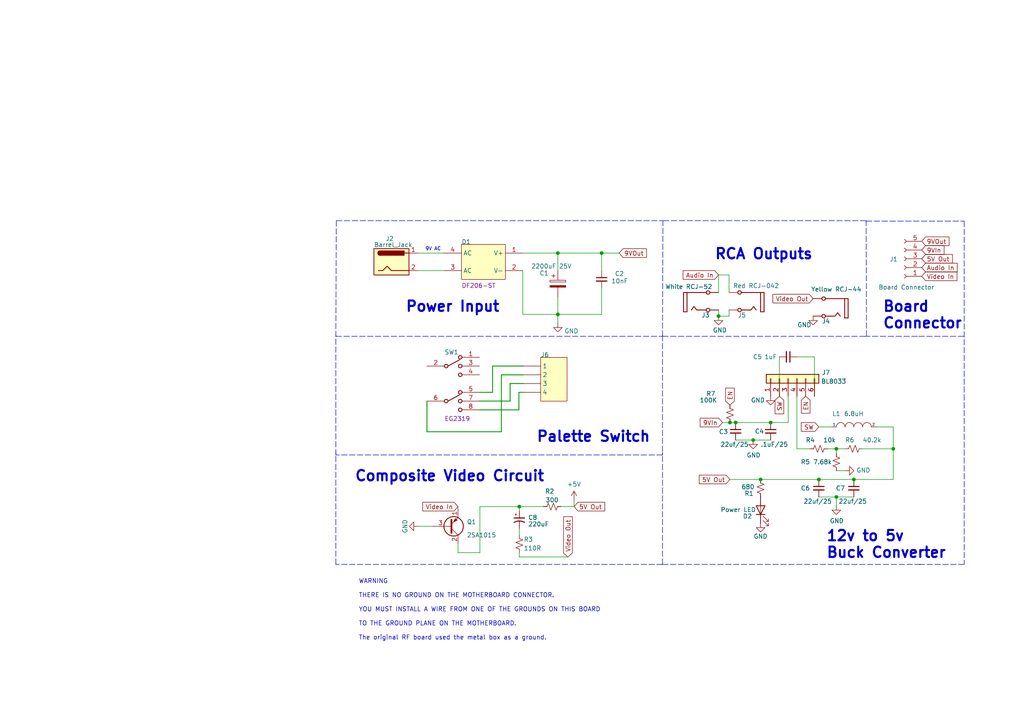
<source format=kicad_sch>
(kicad_sch (version 20211123) (generator eeschema)

  (uuid eaef1172-3351-417c-bfc4-74a598f141cb)

  (paper "A4")

  (title_block
    (title "NES Power Board Classic Edition with Composite Output")
    (date "2022-07-13")
    (rev "1.6")
    (company "ShawTech LLC")
    (comment 1 "GeekIsland Gaming")
    (comment 2 "Project Gotham")
    (comment 3 "Long Island Retro Gaming")
  )

  (lib_symbols
    (symbol "Connector:Barrel_Jack" (pin_names (offset 1.016)) (in_bom yes) (on_board yes)
      (property "Reference" "J" (id 0) (at 0 5.334 0)
        (effects (font (size 1.27 1.27)))
      )
      (property "Value" "Barrel_Jack" (id 1) (at 0 -5.08 0)
        (effects (font (size 1.27 1.27)))
      )
      (property "Footprint" "" (id 2) (at 1.27 -1.016 0)
        (effects (font (size 1.27 1.27)) hide)
      )
      (property "Datasheet" "~" (id 3) (at 1.27 -1.016 0)
        (effects (font (size 1.27 1.27)) hide)
      )
      (property "ki_keywords" "DC power barrel jack connector" (id 4) (at 0 0 0)
        (effects (font (size 1.27 1.27)) hide)
      )
      (property "ki_description" "DC Barrel Jack" (id 5) (at 0 0 0)
        (effects (font (size 1.27 1.27)) hide)
      )
      (property "ki_fp_filters" "BarrelJack*" (id 6) (at 0 0 0)
        (effects (font (size 1.27 1.27)) hide)
      )
      (symbol "Barrel_Jack_0_1"
        (rectangle (start -5.08 3.81) (end 5.08 -3.81)
          (stroke (width 0.254) (type default) (color 0 0 0 0))
          (fill (type background))
        )
        (arc (start -3.302 3.175) (mid -3.937 2.54) (end -3.302 1.905)
          (stroke (width 0.254) (type default) (color 0 0 0 0))
          (fill (type none))
        )
        (arc (start -3.302 3.175) (mid -3.937 2.54) (end -3.302 1.905)
          (stroke (width 0.254) (type default) (color 0 0 0 0))
          (fill (type outline))
        )
        (polyline
          (pts
            (xy 5.08 2.54)
            (xy 3.81 2.54)
          )
          (stroke (width 0.254) (type default) (color 0 0 0 0))
          (fill (type none))
        )
        (polyline
          (pts
            (xy -3.81 -2.54)
            (xy -2.54 -2.54)
            (xy -1.27 -1.27)
            (xy 0 -2.54)
            (xy 2.54 -2.54)
            (xy 5.08 -2.54)
          )
          (stroke (width 0.254) (type default) (color 0 0 0 0))
          (fill (type none))
        )
        (rectangle (start 3.683 3.175) (end -3.302 1.905)
          (stroke (width 0.254) (type default) (color 0 0 0 0))
          (fill (type outline))
        )
      )
      (symbol "Barrel_Jack_1_1"
        (pin passive line (at 7.62 2.54 180) (length 2.54)
          (name "~" (effects (font (size 1.27 1.27))))
          (number "1" (effects (font (size 1.27 1.27))))
        )
        (pin passive line (at 7.62 -2.54 180) (length 2.54)
          (name "~" (effects (font (size 1.27 1.27))))
          (number "2" (effects (font (size 1.27 1.27))))
        )
      )
    )
    (symbol "Connector:Conn_01x05_Female" (pin_names (offset 1.016) hide) (in_bom yes) (on_board yes)
      (property "Reference" "J" (id 0) (at 0 7.62 0)
        (effects (font (size 1.27 1.27)))
      )
      (property "Value" "Conn_01x05_Female" (id 1) (at 0 -7.62 0)
        (effects (font (size 1.27 1.27)))
      )
      (property "Footprint" "" (id 2) (at 0 0 0)
        (effects (font (size 1.27 1.27)) hide)
      )
      (property "Datasheet" "~" (id 3) (at 0 0 0)
        (effects (font (size 1.27 1.27)) hide)
      )
      (property "ki_keywords" "connector" (id 4) (at 0 0 0)
        (effects (font (size 1.27 1.27)) hide)
      )
      (property "ki_description" "Generic connector, single row, 01x05, script generated (kicad-library-utils/schlib/autogen/connector/)" (id 5) (at 0 0 0)
        (effects (font (size 1.27 1.27)) hide)
      )
      (property "ki_fp_filters" "Connector*:*_1x??_*" (id 6) (at 0 0 0)
        (effects (font (size 1.27 1.27)) hide)
      )
      (symbol "Conn_01x05_Female_1_1"
        (arc (start 0 -4.572) (mid -0.508 -5.08) (end 0 -5.588)
          (stroke (width 0.1524) (type default) (color 0 0 0 0))
          (fill (type none))
        )
        (arc (start 0 -2.032) (mid -0.508 -2.54) (end 0 -3.048)
          (stroke (width 0.1524) (type default) (color 0 0 0 0))
          (fill (type none))
        )
        (polyline
          (pts
            (xy -1.27 -5.08)
            (xy -0.508 -5.08)
          )
          (stroke (width 0.1524) (type default) (color 0 0 0 0))
          (fill (type none))
        )
        (polyline
          (pts
            (xy -1.27 -2.54)
            (xy -0.508 -2.54)
          )
          (stroke (width 0.1524) (type default) (color 0 0 0 0))
          (fill (type none))
        )
        (polyline
          (pts
            (xy -1.27 0)
            (xy -0.508 0)
          )
          (stroke (width 0.1524) (type default) (color 0 0 0 0))
          (fill (type none))
        )
        (polyline
          (pts
            (xy -1.27 2.54)
            (xy -0.508 2.54)
          )
          (stroke (width 0.1524) (type default) (color 0 0 0 0))
          (fill (type none))
        )
        (polyline
          (pts
            (xy -1.27 5.08)
            (xy -0.508 5.08)
          )
          (stroke (width 0.1524) (type default) (color 0 0 0 0))
          (fill (type none))
        )
        (arc (start 0 0.508) (mid -0.508 0) (end 0 -0.508)
          (stroke (width 0.1524) (type default) (color 0 0 0 0))
          (fill (type none))
        )
        (arc (start 0 3.048) (mid -0.508 2.54) (end 0 2.032)
          (stroke (width 0.1524) (type default) (color 0 0 0 0))
          (fill (type none))
        )
        (arc (start 0 5.588) (mid -0.508 5.08) (end 0 4.572)
          (stroke (width 0.1524) (type default) (color 0 0 0 0))
          (fill (type none))
        )
        (pin passive line (at -5.08 5.08 0) (length 3.81)
          (name "Pin_1" (effects (font (size 1.27 1.27))))
          (number "1" (effects (font (size 1.27 1.27))))
        )
        (pin passive line (at -5.08 2.54 0) (length 3.81)
          (name "Pin_2" (effects (font (size 1.27 1.27))))
          (number "2" (effects (font (size 1.27 1.27))))
        )
        (pin passive line (at -5.08 0 0) (length 3.81)
          (name "Pin_3" (effects (font (size 1.27 1.27))))
          (number "3" (effects (font (size 1.27 1.27))))
        )
        (pin passive line (at -5.08 -2.54 0) (length 3.81)
          (name "Pin_4" (effects (font (size 1.27 1.27))))
          (number "4" (effects (font (size 1.27 1.27))))
        )
        (pin passive line (at -5.08 -5.08 0) (length 3.81)
          (name "Pin_5" (effects (font (size 1.27 1.27))))
          (number "5" (effects (font (size 1.27 1.27))))
        )
      )
    )
    (symbol "Connector_Generic:Conn_01x06" (pin_names (offset 1.016) hide) (in_bom yes) (on_board yes)
      (property "Reference" "J" (id 0) (at 0 7.62 0)
        (effects (font (size 1.27 1.27)))
      )
      (property "Value" "Conn_01x06" (id 1) (at 0 -10.16 0)
        (effects (font (size 1.27 1.27)))
      )
      (property "Footprint" "" (id 2) (at 0 0 0)
        (effects (font (size 1.27 1.27)) hide)
      )
      (property "Datasheet" "~" (id 3) (at 0 0 0)
        (effects (font (size 1.27 1.27)) hide)
      )
      (property "ki_keywords" "connector" (id 4) (at 0 0 0)
        (effects (font (size 1.27 1.27)) hide)
      )
      (property "ki_description" "Generic connector, single row, 01x06, script generated (kicad-library-utils/schlib/autogen/connector/)" (id 5) (at 0 0 0)
        (effects (font (size 1.27 1.27)) hide)
      )
      (property "ki_fp_filters" "Connector*:*_1x??_*" (id 6) (at 0 0 0)
        (effects (font (size 1.27 1.27)) hide)
      )
      (symbol "Conn_01x06_1_1"
        (rectangle (start -1.27 -7.493) (end 0 -7.747)
          (stroke (width 0.1524) (type default) (color 0 0 0 0))
          (fill (type none))
        )
        (rectangle (start -1.27 -4.953) (end 0 -5.207)
          (stroke (width 0.1524) (type default) (color 0 0 0 0))
          (fill (type none))
        )
        (rectangle (start -1.27 -2.413) (end 0 -2.667)
          (stroke (width 0.1524) (type default) (color 0 0 0 0))
          (fill (type none))
        )
        (rectangle (start -1.27 0.127) (end 0 -0.127)
          (stroke (width 0.1524) (type default) (color 0 0 0 0))
          (fill (type none))
        )
        (rectangle (start -1.27 2.667) (end 0 2.413)
          (stroke (width 0.1524) (type default) (color 0 0 0 0))
          (fill (type none))
        )
        (rectangle (start -1.27 5.207) (end 0 4.953)
          (stroke (width 0.1524) (type default) (color 0 0 0 0))
          (fill (type none))
        )
        (rectangle (start -1.27 6.35) (end 1.27 -8.89)
          (stroke (width 0.254) (type default) (color 0 0 0 0))
          (fill (type background))
        )
        (pin passive line (at -5.08 5.08 0) (length 3.81)
          (name "Pin_1" (effects (font (size 1.27 1.27))))
          (number "1" (effects (font (size 1.27 1.27))))
        )
        (pin passive line (at -5.08 2.54 0) (length 3.81)
          (name "Pin_2" (effects (font (size 1.27 1.27))))
          (number "2" (effects (font (size 1.27 1.27))))
        )
        (pin passive line (at -5.08 0 0) (length 3.81)
          (name "Pin_3" (effects (font (size 1.27 1.27))))
          (number "3" (effects (font (size 1.27 1.27))))
        )
        (pin passive line (at -5.08 -2.54 0) (length 3.81)
          (name "Pin_4" (effects (font (size 1.27 1.27))))
          (number "4" (effects (font (size 1.27 1.27))))
        )
        (pin passive line (at -5.08 -5.08 0) (length 3.81)
          (name "Pin_5" (effects (font (size 1.27 1.27))))
          (number "5" (effects (font (size 1.27 1.27))))
        )
        (pin passive line (at -5.08 -7.62 0) (length 3.81)
          (name "Pin_6" (effects (font (size 1.27 1.27))))
          (number "6" (effects (font (size 1.27 1.27))))
        )
      )
    )
    (symbol "Device:C_Polarized" (pin_numbers hide) (pin_names (offset 0.254)) (in_bom yes) (on_board yes)
      (property "Reference" "C" (id 0) (at 0.635 2.54 0)
        (effects (font (size 1.27 1.27)) (justify left))
      )
      (property "Value" "C_Polarized" (id 1) (at 0.635 -2.54 0)
        (effects (font (size 1.27 1.27)) (justify left))
      )
      (property "Footprint" "" (id 2) (at 0.9652 -3.81 0)
        (effects (font (size 1.27 1.27)) hide)
      )
      (property "Datasheet" "~" (id 3) (at 0 0 0)
        (effects (font (size 1.27 1.27)) hide)
      )
      (property "ki_keywords" "cap capacitor" (id 4) (at 0 0 0)
        (effects (font (size 1.27 1.27)) hide)
      )
      (property "ki_description" "Polarized capacitor" (id 5) (at 0 0 0)
        (effects (font (size 1.27 1.27)) hide)
      )
      (property "ki_fp_filters" "CP_*" (id 6) (at 0 0 0)
        (effects (font (size 1.27 1.27)) hide)
      )
      (symbol "C_Polarized_0_1"
        (rectangle (start -2.286 0.508) (end 2.286 1.016)
          (stroke (width 0) (type default) (color 0 0 0 0))
          (fill (type none))
        )
        (polyline
          (pts
            (xy -1.778 2.286)
            (xy -0.762 2.286)
          )
          (stroke (width 0) (type default) (color 0 0 0 0))
          (fill (type none))
        )
        (polyline
          (pts
            (xy -1.27 2.794)
            (xy -1.27 1.778)
          )
          (stroke (width 0) (type default) (color 0 0 0 0))
          (fill (type none))
        )
        (rectangle (start 2.286 -0.508) (end -2.286 -1.016)
          (stroke (width 0) (type default) (color 0 0 0 0))
          (fill (type outline))
        )
      )
      (symbol "C_Polarized_1_1"
        (pin passive line (at 0 3.81 270) (length 2.794)
          (name "~" (effects (font (size 1.27 1.27))))
          (number "1" (effects (font (size 1.27 1.27))))
        )
        (pin passive line (at 0 -3.81 90) (length 2.794)
          (name "~" (effects (font (size 1.27 1.27))))
          (number "2" (effects (font (size 1.27 1.27))))
        )
      )
    )
    (symbol "Device:C_Polarized_Small_US" (pin_numbers hide) (pin_names (offset 0.254) hide) (in_bom yes) (on_board yes)
      (property "Reference" "C" (id 0) (at 0.254 1.778 0)
        (effects (font (size 1.27 1.27)) (justify left))
      )
      (property "Value" "C_Polarized_Small_US" (id 1) (at 0.254 -2.032 0)
        (effects (font (size 1.27 1.27)) (justify left))
      )
      (property "Footprint" "" (id 2) (at 0 0 0)
        (effects (font (size 1.27 1.27)) hide)
      )
      (property "Datasheet" "~" (id 3) (at 0 0 0)
        (effects (font (size 1.27 1.27)) hide)
      )
      (property "ki_keywords" "cap capacitor" (id 4) (at 0 0 0)
        (effects (font (size 1.27 1.27)) hide)
      )
      (property "ki_description" "Polarized capacitor, small US symbol" (id 5) (at 0 0 0)
        (effects (font (size 1.27 1.27)) hide)
      )
      (property "ki_fp_filters" "CP_*" (id 6) (at 0 0 0)
        (effects (font (size 1.27 1.27)) hide)
      )
      (symbol "C_Polarized_Small_US_0_1"
        (polyline
          (pts
            (xy -1.524 0.508)
            (xy 1.524 0.508)
          )
          (stroke (width 0.3048) (type default) (color 0 0 0 0))
          (fill (type none))
        )
        (polyline
          (pts
            (xy -1.27 1.524)
            (xy -0.762 1.524)
          )
          (stroke (width 0) (type default) (color 0 0 0 0))
          (fill (type none))
        )
        (polyline
          (pts
            (xy -1.016 1.27)
            (xy -1.016 1.778)
          )
          (stroke (width 0) (type default) (color 0 0 0 0))
          (fill (type none))
        )
        (arc (start 1.524 -0.762) (mid 0 -0.3734) (end -1.524 -0.762)
          (stroke (width 0.3048) (type default) (color 0 0 0 0))
          (fill (type none))
        )
      )
      (symbol "C_Polarized_Small_US_1_1"
        (pin passive line (at 0 2.54 270) (length 2.032)
          (name "~" (effects (font (size 1.27 1.27))))
          (number "1" (effects (font (size 1.27 1.27))))
        )
        (pin passive line (at 0 -2.54 90) (length 2.032)
          (name "~" (effects (font (size 1.27 1.27))))
          (number "2" (effects (font (size 1.27 1.27))))
        )
      )
    )
    (symbol "Device:C_Small" (pin_numbers hide) (pin_names (offset 0.254) hide) (in_bom yes) (on_board yes)
      (property "Reference" "C" (id 0) (at 0.254 1.778 0)
        (effects (font (size 1.27 1.27)) (justify left))
      )
      (property "Value" "C_Small" (id 1) (at 0.254 -2.032 0)
        (effects (font (size 1.27 1.27)) (justify left))
      )
      (property "Footprint" "" (id 2) (at 0 0 0)
        (effects (font (size 1.27 1.27)) hide)
      )
      (property "Datasheet" "~" (id 3) (at 0 0 0)
        (effects (font (size 1.27 1.27)) hide)
      )
      (property "ki_keywords" "capacitor cap" (id 4) (at 0 0 0)
        (effects (font (size 1.27 1.27)) hide)
      )
      (property "ki_description" "Unpolarized capacitor, small symbol" (id 5) (at 0 0 0)
        (effects (font (size 1.27 1.27)) hide)
      )
      (property "ki_fp_filters" "C_*" (id 6) (at 0 0 0)
        (effects (font (size 1.27 1.27)) hide)
      )
      (symbol "C_Small_0_1"
        (polyline
          (pts
            (xy -1.524 -0.508)
            (xy 1.524 -0.508)
          )
          (stroke (width 0.3302) (type default) (color 0 0 0 0))
          (fill (type none))
        )
        (polyline
          (pts
            (xy -1.524 0.508)
            (xy 1.524 0.508)
          )
          (stroke (width 0.3048) (type default) (color 0 0 0 0))
          (fill (type none))
        )
      )
      (symbol "C_Small_1_1"
        (pin passive line (at 0 2.54 270) (length 2.032)
          (name "~" (effects (font (size 1.27 1.27))))
          (number "1" (effects (font (size 1.27 1.27))))
        )
        (pin passive line (at 0 -2.54 90) (length 2.032)
          (name "~" (effects (font (size 1.27 1.27))))
          (number "2" (effects (font (size 1.27 1.27))))
        )
      )
    )
    (symbol "Device:LED" (pin_numbers hide) (pin_names (offset 1.016) hide) (in_bom yes) (on_board yes)
      (property "Reference" "D" (id 0) (at 0 2.54 0)
        (effects (font (size 1.27 1.27)))
      )
      (property "Value" "LED" (id 1) (at 0 -2.54 0)
        (effects (font (size 1.27 1.27)))
      )
      (property "Footprint" "" (id 2) (at 0 0 0)
        (effects (font (size 1.27 1.27)) hide)
      )
      (property "Datasheet" "~" (id 3) (at 0 0 0)
        (effects (font (size 1.27 1.27)) hide)
      )
      (property "ki_keywords" "LED diode" (id 4) (at 0 0 0)
        (effects (font (size 1.27 1.27)) hide)
      )
      (property "ki_description" "Light emitting diode" (id 5) (at 0 0 0)
        (effects (font (size 1.27 1.27)) hide)
      )
      (property "ki_fp_filters" "LED* LED_SMD:* LED_THT:*" (id 6) (at 0 0 0)
        (effects (font (size 1.27 1.27)) hide)
      )
      (symbol "LED_0_1"
        (polyline
          (pts
            (xy -1.27 -1.27)
            (xy -1.27 1.27)
          )
          (stroke (width 0.254) (type default) (color 0 0 0 0))
          (fill (type none))
        )
        (polyline
          (pts
            (xy -1.27 0)
            (xy 1.27 0)
          )
          (stroke (width 0) (type default) (color 0 0 0 0))
          (fill (type none))
        )
        (polyline
          (pts
            (xy 1.27 -1.27)
            (xy 1.27 1.27)
            (xy -1.27 0)
            (xy 1.27 -1.27)
          )
          (stroke (width 0.254) (type default) (color 0 0 0 0))
          (fill (type none))
        )
        (polyline
          (pts
            (xy -3.048 -0.762)
            (xy -4.572 -2.286)
            (xy -3.81 -2.286)
            (xy -4.572 -2.286)
            (xy -4.572 -1.524)
          )
          (stroke (width 0) (type default) (color 0 0 0 0))
          (fill (type none))
        )
        (polyline
          (pts
            (xy -1.778 -0.762)
            (xy -3.302 -2.286)
            (xy -2.54 -2.286)
            (xy -3.302 -2.286)
            (xy -3.302 -1.524)
          )
          (stroke (width 0) (type default) (color 0 0 0 0))
          (fill (type none))
        )
      )
      (symbol "LED_1_1"
        (pin passive line (at -3.81 0 0) (length 2.54)
          (name "K" (effects (font (size 1.27 1.27))))
          (number "1" (effects (font (size 1.27 1.27))))
        )
        (pin passive line (at 3.81 0 180) (length 2.54)
          (name "A" (effects (font (size 1.27 1.27))))
          (number "2" (effects (font (size 1.27 1.27))))
        )
      )
    )
    (symbol "Device:R_Small_US" (pin_numbers hide) (pin_names (offset 0.254) hide) (in_bom yes) (on_board yes)
      (property "Reference" "R" (id 0) (at 0.762 0.508 0)
        (effects (font (size 1.27 1.27)) (justify left))
      )
      (property "Value" "R_Small_US" (id 1) (at 0.762 -1.016 0)
        (effects (font (size 1.27 1.27)) (justify left))
      )
      (property "Footprint" "" (id 2) (at 0 0 0)
        (effects (font (size 1.27 1.27)) hide)
      )
      (property "Datasheet" "~" (id 3) (at 0 0 0)
        (effects (font (size 1.27 1.27)) hide)
      )
      (property "ki_keywords" "r resistor" (id 4) (at 0 0 0)
        (effects (font (size 1.27 1.27)) hide)
      )
      (property "ki_description" "Resistor, small US symbol" (id 5) (at 0 0 0)
        (effects (font (size 1.27 1.27)) hide)
      )
      (property "ki_fp_filters" "R_*" (id 6) (at 0 0 0)
        (effects (font (size 1.27 1.27)) hide)
      )
      (symbol "R_Small_US_1_1"
        (polyline
          (pts
            (xy 0 0)
            (xy 1.016 -0.381)
            (xy 0 -0.762)
            (xy -1.016 -1.143)
            (xy 0 -1.524)
          )
          (stroke (width 0) (type default) (color 0 0 0 0))
          (fill (type none))
        )
        (polyline
          (pts
            (xy 0 1.524)
            (xy 1.016 1.143)
            (xy 0 0.762)
            (xy -1.016 0.381)
            (xy 0 0)
          )
          (stroke (width 0) (type default) (color 0 0 0 0))
          (fill (type none))
        )
        (pin passive line (at 0 2.54 270) (length 1.016)
          (name "~" (effects (font (size 1.27 1.27))))
          (number "1" (effects (font (size 1.27 1.27))))
        )
        (pin passive line (at 0 -2.54 90) (length 1.016)
          (name "~" (effects (font (size 1.27 1.27))))
          (number "2" (effects (font (size 1.27 1.27))))
        )
      )
    )
    (symbol "Transistor_BJT:2SA1015" (pin_names (offset 0) hide) (in_bom yes) (on_board yes)
      (property "Reference" "Q" (id 0) (at 5.08 1.905 0)
        (effects (font (size 1.27 1.27)) (justify left))
      )
      (property "Value" "2SA1015" (id 1) (at 5.08 0 0)
        (effects (font (size 1.27 1.27)) (justify left))
      )
      (property "Footprint" "Package_TO_SOT_THT:TO-92_Inline" (id 2) (at 5.08 -1.905 0)
        (effects (font (size 1.27 1.27) italic) (justify left) hide)
      )
      (property "Datasheet" "http://www.datasheetcatalog.org/datasheet/toshiba/905.pdf" (id 3) (at 0 0 0)
        (effects (font (size 1.27 1.27)) (justify left) hide)
      )
      (property "ki_keywords" "Low Noise Audio PNP Transistor" (id 4) (at 0 0 0)
        (effects (font (size 1.27 1.27)) hide)
      )
      (property "ki_description" "-0.15A Ic, -50V Vce, Low Noise Audio PNP Transistor, TO-92" (id 5) (at 0 0 0)
        (effects (font (size 1.27 1.27)) hide)
      )
      (property "ki_fp_filters" "TO?92*" (id 6) (at 0 0 0)
        (effects (font (size 1.27 1.27)) hide)
      )
      (symbol "2SA1015_0_1"
        (polyline
          (pts
            (xy 0 0)
            (xy 0.635 0)
          )
          (stroke (width 0) (type default) (color 0 0 0 0))
          (fill (type none))
        )
        (polyline
          (pts
            (xy 2.54 -2.54)
            (xy 0.635 -0.635)
          )
          (stroke (width 0) (type default) (color 0 0 0 0))
          (fill (type none))
        )
        (polyline
          (pts
            (xy 2.54 2.54)
            (xy 0.635 0.635)
          )
          (stroke (width 0) (type default) (color 0 0 0 0))
          (fill (type none))
        )
        (polyline
          (pts
            (xy 0.635 1.905)
            (xy 0.635 -1.905)
            (xy 0.635 -1.905)
          )
          (stroke (width 0.508) (type default) (color 0 0 0 0))
          (fill (type outline))
        )
        (polyline
          (pts
            (xy 1.778 -2.286)
            (xy 2.286 -1.778)
            (xy 1.27 -1.27)
            (xy 1.778 -2.286)
            (xy 1.778 -2.286)
          )
          (stroke (width 0) (type default) (color 0 0 0 0))
          (fill (type outline))
        )
        (circle (center 1.27 0) (radius 2.8194)
          (stroke (width 0.254) (type default) (color 0 0 0 0))
          (fill (type none))
        )
      )
      (symbol "2SA1015_1_1"
        (pin passive line (at 2.54 -5.08 90) (length 2.54)
          (name "E" (effects (font (size 1.27 1.27))))
          (number "1" (effects (font (size 1.27 1.27))))
        )
        (pin passive line (at 2.54 5.08 270) (length 2.54)
          (name "C" (effects (font (size 1.27 1.27))))
          (number "2" (effects (font (size 1.27 1.27))))
        )
        (pin input line (at -5.08 0 0) (length 5.08)
          (name "B" (effects (font (size 1.27 1.27))))
          (number "3" (effects (font (size 1.27 1.27))))
        )
      )
    )
    (symbol "jjj-altium-import:0_Header 1x4 - 1.5mm Vert" (in_bom yes) (on_board yes)
      (property "Reference" "" (id 0) (at 0 0 0)
        (effects (font (size 1.27 1.27)))
      )
      (property "Value" "0_Header 1x4 - 1.5mm Vert" (id 1) (at 0 0 0)
        (effects (font (size 1.27 1.27)))
      )
      (property "Footprint" "" (id 2) (at 0 0 0)
        (effects (font (size 1.27 1.27)) hide)
      )
      (property "Datasheet" "" (id 3) (at 0 0 0)
        (effects (font (size 1.27 1.27)) hide)
      )
      (property "ki_description" "Header, 4 Pin, 1.5mm Pitch, Vertical" (id 4) (at 0 0 0)
        (effects (font (size 1.27 1.27)) hide)
      )
      (property "ki_fp_filters" "HDR1X4-15MM{space}VERT{space}-{space}L" (id 5) (at 0 0 0)
        (effects (font (size 1.27 1.27)) hide)
      )
      (symbol "0_Header 1x4 - 1.5mm Vert_1_0"
        (rectangle (start 7.62 0) (end 0 -12.7)
          (stroke (width 0) (type default) (color 0 0 0 0))
          (fill (type background))
        )
        (pin passive line (at -5.08 -2.54 0) (length 5.08)
          (name "1" (effects (font (size 1.27 1.27))))
          (number "1" (effects (font (size 0 0))))
        )
        (pin passive line (at -5.08 -5.08 0) (length 5.08)
          (name "2" (effects (font (size 1.27 1.27))))
          (number "2" (effects (font (size 0 0))))
        )
        (pin passive line (at -5.08 -7.62 0) (length 5.08)
          (name "3" (effects (font (size 1.27 1.27))))
          (number "3" (effects (font (size 0 0))))
        )
        (pin passive line (at -5.08 -10.16 0) (length 5.08)
          (name "4" (effects (font (size 1.27 1.27))))
          (number "4" (effects (font (size 0 0))))
        )
      )
    )
    (symbol "jjj-altium-import:0_SW-DP3T (EG2319)" (in_bom yes) (on_board yes)
      (property "Reference" "" (id 0) (at 0 0 0)
        (effects (font (size 1.27 1.27)))
      )
      (property "Value" "0_SW-DP3T (EG2319)" (id 1) (at 0 0 0)
        (effects (font (size 1.27 1.27)))
      )
      (property "Footprint" "" (id 2) (at 0 0 0)
        (effects (font (size 1.27 1.27)) hide)
      )
      (property "Datasheet" "" (id 3) (at 0 0 0)
        (effects (font (size 1.27 1.27)) hide)
      )
      (property "ki_description" "Dual Pole, Three Throw" (id 4) (at 0 0 0)
        (effects (font (size 1.27 1.27)) hide)
      )
      (property "ki_fp_filters" "SW-DP3T{space}(EG2319)" (id 5) (at 0 0 0)
        (effects (font (size 1.27 1.27)) hide)
      )
      (symbol "0_SW-DP3T (EG2319)_1_0"
        (polyline
          (pts
            (xy 1.016 -10.16)
            (xy 4.318 -8.382)
          )
          (stroke (width 0.254) (type default) (color 0 0 0 0))
          (fill (type none))
        )
        (polyline
          (pts
            (xy 1.016 0)
            (xy 4.318 1.778)
          )
          (stroke (width 0.254) (type default) (color 0 0 0 0))
          (fill (type none))
        )
        (circle (center 0.508 -10.16) (radius 0.508)
          (stroke (width 0.254) (type default) (color 0 0 0 0))
          (fill (type none))
        )
        (circle (center 0.508 0) (radius 0.508)
          (stroke (width 0.254) (type default) (color 0 0 0 0))
          (fill (type none))
        )
        (circle (center 4.572 -12.7) (radius 0.508)
          (stroke (width 0.254) (type default) (color 0 0 0 0))
          (fill (type none))
        )
        (circle (center 4.572 -10.16) (radius 0.508)
          (stroke (width 0.254) (type default) (color 0 0 0 0))
          (fill (type none))
        )
        (circle (center 4.572 -7.62) (radius 0.508)
          (stroke (width 0.254) (type default) (color 0 0 0 0))
          (fill (type none))
        )
        (circle (center 4.572 -2.54) (radius 0.508)
          (stroke (width 0.254) (type default) (color 0 0 0 0))
          (fill (type none))
        )
        (circle (center 4.572 0) (radius 0.508)
          (stroke (width 0.254) (type default) (color 0 0 0 0))
          (fill (type none))
        )
        (circle (center 4.572 2.54) (radius 0.508)
          (stroke (width 0.254) (type default) (color 0 0 0 0))
          (fill (type none))
        )
        (pin passive line (at 10.16 2.54 180) (length 5.08)
          (name "1" (effects (font (size 0 0))))
          (number "1" (effects (font (size 1.27 1.27))))
        )
        (pin passive line (at -5.08 0 0) (length 5.08)
          (name "2" (effects (font (size 0 0))))
          (number "2" (effects (font (size 1.27 1.27))))
        )
        (pin passive line (at 10.16 0 180) (length 5.08)
          (name "3" (effects (font (size 0 0))))
          (number "3" (effects (font (size 1.27 1.27))))
        )
        (pin passive line (at 10.16 -2.54 180) (length 5.08)
          (name "4" (effects (font (size 0 0))))
          (number "4" (effects (font (size 1.27 1.27))))
        )
        (pin passive line (at 10.16 -7.62 180) (length 5.08)
          (name "5" (effects (font (size 0 0))))
          (number "5" (effects (font (size 1.27 1.27))))
        )
        (pin passive line (at -5.08 -10.16 0) (length 5.08)
          (name "6" (effects (font (size 0 0))))
          (number "6" (effects (font (size 1.27 1.27))))
        )
        (pin passive line (at 10.16 -10.16 180) (length 5.08)
          (name "7" (effects (font (size 0 0))))
          (number "7" (effects (font (size 1.27 1.27))))
        )
        (pin passive line (at 10.16 -12.7 180) (length 5.08)
          (name "8" (effects (font (size 0 0))))
          (number "8" (effects (font (size 1.27 1.27))))
        )
      )
    )
    (symbol "jjj-altium-import:0_mirrored_Bridge (DF206-ST)" (in_bom yes) (on_board yes)
      (property "Reference" "" (id 0) (at 0 0 0)
        (effects (font (size 1.27 1.27)))
      )
      (property "Value" "0_mirrored_Bridge (DF206-ST)" (id 1) (at 0 0 0)
        (effects (font (size 1.27 1.27)))
      )
      (property "Footprint" "" (id 2) (at 0 0 0)
        (effects (font (size 1.27 1.27)) hide)
      )
      (property "Datasheet" "" (id 3) (at 0 0 0)
        (effects (font (size 1.27 1.27)) hide)
      )
      (property "ki_description" "Full Wave Diode Bridge" (id 4) (at 0 0 0)
        (effects (font (size 1.27 1.27)) hide)
      )
      (property "ki_fp_filters" "DFS4" (id 5) (at 0 0 0)
        (effects (font (size 1.27 1.27)) hide)
      )
      (symbol "0_mirrored_Bridge (DF206-ST)_1_0"
        (rectangle (start 0 0) (end -12.7 -10.16)
          (stroke (width 0) (type default) (color 0 0 0 0))
          (fill (type background))
        )
        (pin passive line (at 5.08 -2.54 180) (length 5.08)
          (name "V+" (effects (font (size 1.27 1.27))))
          (number "1" (effects (font (size 1.27 1.27))))
        )
        (pin passive line (at 5.08 -7.62 180) (length 5.08)
          (name "V-" (effects (font (size 1.27 1.27))))
          (number "2" (effects (font (size 1.27 1.27))))
        )
        (pin passive line (at -17.78 -7.62 0) (length 5.08)
          (name "AC" (effects (font (size 1.27 1.27))))
          (number "3" (effects (font (size 1.27 1.27))))
        )
        (pin passive line (at -17.78 -2.54 0) (length 5.08)
          (name "AC" (effects (font (size 1.27 1.27))))
          (number "4" (effects (font (size 1.27 1.27))))
        )
      )
    )
    (symbol "jjj-altium-import:0_mirrored_RCA-JCK-1 (RCJ-042)" (in_bom yes) (on_board yes)
      (property "Reference" "" (id 0) (at 0 0 0)
        (effects (font (size 1.27 1.27)))
      )
      (property "Value" "0_mirrored_RCA-JCK-1 (RCJ-042)" (id 1) (at 0 0 0)
        (effects (font (size 1.27 1.27)))
      )
      (property "Footprint" "" (id 2) (at 0 0 0)
        (effects (font (size 1.27 1.27)) hide)
      )
      (property "Datasheet" "" (id 3) (at 0 0 0)
        (effects (font (size 1.27 1.27)) hide)
      )
      (property "ki_description" "RCA Phono Jack, Right Angle" (id 4) (at 0 0 0)
        (effects (font (size 1.27 1.27)) hide)
      )
      (property "ki_fp_filters" "RCA-JCK-1{space}(RCJ-042-ALT1)" (id 5) (at 0 0 0)
        (effects (font (size 1.27 1.27)) hide)
      )
      (symbol "0_mirrored_RCA-JCK-1 (RCJ-042)_1_0"
        (circle (center -7.112 -7.62) (radius 0.508)
          (stroke (width 0.254) (type default) (color 0 0 0 0))
          (fill (type none))
        )
        (circle (center -7.112 -2.54) (radius 0.508)
          (stroke (width 0.254) (type default) (color 0 0 0 0))
          (fill (type none))
        )
        (polyline
          (pts
            (xy -6.604 -7.62)
            (xy 0 -7.62)
          )
          (stroke (width 0.254) (type default) (color 0 0 0 0))
          (fill (type none))
        )
        (polyline
          (pts
            (xy -1.016 -2.032)
            (xy -1.016 -7.62)
          )
          (stroke (width 0.254) (type default) (color 0 0 0 0))
          (fill (type none))
        )
        (polyline
          (pts
            (xy -1.016 -2.032)
            (xy 0 -2.032)
          )
          (stroke (width 0.254) (type default) (color 0 0 0 0))
          (fill (type none))
        )
        (polyline
          (pts
            (xy 0 -2.032)
            (xy 0 -7.62)
          )
          (stroke (width 0.254) (type default) (color 0 0 0 0))
          (fill (type none))
        )
        (polyline
          (pts
            (xy -2.286 -2.54)
            (xy -3.048 -3.556)
            (xy -3.81 -2.54)
            (xy -6.604 -2.54)
          )
          (stroke (width 0.254) (type default) (color 0 0 0 0))
          (fill (type none))
        )
        (pin passive line (at -10.16 -2.54 0) (length 2.54)
          (name "Tip" (effects (font (size 0 0))))
          (number "1" (effects (font (size 0 0))))
        )
        (pin passive line (at -10.16 -7.62 0) (length 2.54)
          (name "Sleeve" (effects (font (size 0 0))))
          (number "2" (effects (font (size 0 0))))
        )
      )
    )
    (symbol "power:+5V" (power) (pin_names (offset 0)) (in_bom yes) (on_board yes)
      (property "Reference" "#PWR" (id 0) (at 0 -3.81 0)
        (effects (font (size 1.27 1.27)) hide)
      )
      (property "Value" "+5V" (id 1) (at 0 3.556 0)
        (effects (font (size 1.27 1.27)))
      )
      (property "Footprint" "" (id 2) (at 0 0 0)
        (effects (font (size 1.27 1.27)) hide)
      )
      (property "Datasheet" "" (id 3) (at 0 0 0)
        (effects (font (size 1.27 1.27)) hide)
      )
      (property "ki_keywords" "power-flag" (id 4) (at 0 0 0)
        (effects (font (size 1.27 1.27)) hide)
      )
      (property "ki_description" "Power symbol creates a global label with name \"+5V\"" (id 5) (at 0 0 0)
        (effects (font (size 1.27 1.27)) hide)
      )
      (symbol "+5V_0_1"
        (polyline
          (pts
            (xy -0.762 1.27)
            (xy 0 2.54)
          )
          (stroke (width 0) (type default) (color 0 0 0 0))
          (fill (type none))
        )
        (polyline
          (pts
            (xy 0 0)
            (xy 0 2.54)
          )
          (stroke (width 0) (type default) (color 0 0 0 0))
          (fill (type none))
        )
        (polyline
          (pts
            (xy 0 2.54)
            (xy 0.762 1.27)
          )
          (stroke (width 0) (type default) (color 0 0 0 0))
          (fill (type none))
        )
      )
      (symbol "+5V_1_1"
        (pin power_in line (at 0 0 90) (length 0) hide
          (name "+5V" (effects (font (size 1.27 1.27))))
          (number "1" (effects (font (size 1.27 1.27))))
        )
      )
    )
    (symbol "power:GND" (power) (pin_names (offset 0)) (in_bom yes) (on_board yes)
      (property "Reference" "#PWR" (id 0) (at 0 -6.35 0)
        (effects (font (size 1.27 1.27)) hide)
      )
      (property "Value" "GND" (id 1) (at 0 -3.81 0)
        (effects (font (size 1.27 1.27)))
      )
      (property "Footprint" "" (id 2) (at 0 0 0)
        (effects (font (size 1.27 1.27)) hide)
      )
      (property "Datasheet" "" (id 3) (at 0 0 0)
        (effects (font (size 1.27 1.27)) hide)
      )
      (property "ki_keywords" "power-flag" (id 4) (at 0 0 0)
        (effects (font (size 1.27 1.27)) hide)
      )
      (property "ki_description" "Power symbol creates a global label with name \"GND\" , ground" (id 5) (at 0 0 0)
        (effects (font (size 1.27 1.27)) hide)
      )
      (symbol "GND_0_1"
        (polyline
          (pts
            (xy 0 0)
            (xy 0 -1.27)
            (xy 1.27 -1.27)
            (xy 0 -2.54)
            (xy -1.27 -1.27)
            (xy 0 -1.27)
          )
          (stroke (width 0) (type default) (color 0 0 0 0))
          (fill (type none))
        )
      )
      (symbol "GND_1_1"
        (pin power_in line (at 0 0 270) (length 0) hide
          (name "GND" (effects (font (size 1.27 1.27))))
          (number "1" (effects (font (size 1.27 1.27))))
        )
      )
    )
    (symbol "pspice:INDUCTOR" (pin_numbers hide) (pin_names (offset 0)) (in_bom yes) (on_board yes)
      (property "Reference" "L" (id 0) (at 0 2.54 0)
        (effects (font (size 1.27 1.27)))
      )
      (property "Value" "INDUCTOR" (id 1) (at 0 -1.27 0)
        (effects (font (size 1.27 1.27)))
      )
      (property "Footprint" "" (id 2) (at 0 0 0)
        (effects (font (size 1.27 1.27)) hide)
      )
      (property "Datasheet" "~" (id 3) (at 0 0 0)
        (effects (font (size 1.27 1.27)) hide)
      )
      (property "ki_keywords" "simulation" (id 4) (at 0 0 0)
        (effects (font (size 1.27 1.27)) hide)
      )
      (property "ki_description" "Inductor symbol for simulation only" (id 5) (at 0 0 0)
        (effects (font (size 1.27 1.27)) hide)
      )
      (symbol "INDUCTOR_0_1"
        (arc (start -2.54 0) (mid -3.81 1.27) (end -5.08 0)
          (stroke (width 0) (type default) (color 0 0 0 0))
          (fill (type none))
        )
        (arc (start 0 0) (mid -1.27 1.27) (end -2.54 0)
          (stroke (width 0) (type default) (color 0 0 0 0))
          (fill (type none))
        )
        (arc (start 2.54 0) (mid 1.27 1.27) (end 0 0)
          (stroke (width 0) (type default) (color 0 0 0 0))
          (fill (type none))
        )
        (arc (start 5.08 0) (mid 3.81 1.27) (end 2.54 0)
          (stroke (width 0) (type default) (color 0 0 0 0))
          (fill (type none))
        )
      )
      (symbol "INDUCTOR_1_1"
        (pin input line (at -6.35 0 0) (length 1.27)
          (name "1" (effects (font (size 0.762 0.762))))
          (number "1" (effects (font (size 0.762 0.762))))
        )
        (pin input line (at 6.35 0 180) (length 1.27)
          (name "2" (effects (font (size 0.762 0.762))))
          (number "2" (effects (font (size 0.762 0.762))))
        )
      )
    )
  )

  (junction (at 213.36 122.555) (diameter 0) (color 0 0 0 0)
    (uuid 065bbda9-7cf2-476b-8d2b-b5a9d380b230)
  )
  (junction (at 247.65 139.065) (diameter 0) (color 0 0 0 0)
    (uuid 38eb58be-4103-4882-aaf2-4b9a01699864)
  )
  (junction (at 237.49 139.065) (diameter 0) (color 0 0 0 0)
    (uuid 44029863-c050-4275-b5aa-d3dd1b839dcd)
  )
  (junction (at 161.798 91.186) (diameter 0) (color 0 0 0 0)
    (uuid 60a7dcc1-b459-4b69-be02-f48b66a815f0)
  )
  (junction (at 211.709 122.555) (diameter 0) (color 0 0 0 0)
    (uuid 64bb7d25-4152-417e-8f14-13df5c57dafb)
  )
  (junction (at 242.57 144.145) (diameter 0) (color 0 0 0 0)
    (uuid 7e98ca3a-70d3-4571-a2dd-5e3a58946e29)
  )
  (junction (at 150.622 146.939) (diameter 0) (color 0 0 0 0)
    (uuid 8467fc79-0915-4d3b-a95c-b8c3b720127f)
  )
  (junction (at 259.08 130.175) (diameter 0) (color 0 0 0 0)
    (uuid 8f6504df-568f-4534-8569-9d4efa7102ed)
  )
  (junction (at 161.798 73.406) (diameter 0) (color 0 0 0 0)
    (uuid a0e74fdd-2272-42b1-9d9a-65553efcd00a)
  )
  (junction (at 220.599 139.065) (diameter 0) (color 0 0 0 0)
    (uuid dc4669a2-cf80-4044-b1df-1c52cc29109f)
  )
  (junction (at 174.498 73.406) (diameter 0) (color 0 0 0 0)
    (uuid f17daa22-500e-4b54-81a7-f5c3878a87d9)
  )
  (junction (at 223.52 122.555) (diameter 0) (color 0 0 0 0)
    (uuid f4804e12-65b1-42b2-81aa-766261229dd2)
  )
  (junction (at 242.57 130.175) (diameter 0) (color 0 0 0 0)
    (uuid f4b3ce13-892c-4e8c-8f4a-a37e059f8f11)
  )
  (junction (at 208.407 91.694) (diameter 0) (color 0 0 0 0)
    (uuid f4e94531-a637-401c-8c81-1dd448a08a02)
  )
  (junction (at 218.44 127.635) (diameter 0) (color 0 0 0 0)
    (uuid f8de3e0d-0c56-453a-a52f-8239e1cd4e7d)
  )

  (wire (pts (xy 236.22 114.935) (xy 236.22 103.505))
    (stroke (width 0) (type default) (color 0 0 0 0))
    (uuid 01fb61a5-ddac-4734-b229-a52c4e5de2cc)
  )
  (wire (pts (xy 254 123.825) (xy 259.08 123.825))
    (stroke (width 0) (type default) (color 0 0 0 0))
    (uuid 022b3a84-1980-4feb-a5be-ebe0000e0691)
  )
  (wire (pts (xy 161.798 78.486) (xy 161.798 73.406))
    (stroke (width 0) (type default) (color 0 0 0 0))
    (uuid 0452da17-4ccf-4bdc-9fc3-b0a09600bd55)
  )
  (wire (pts (xy 142.875 106.172) (xy 151.765 106.172))
    (stroke (width 0.254) (type default) (color 0 0 0 0))
    (uuid 07838c19-bdee-4759-9a7b-a62a5deb9737)
  )
  (wire (pts (xy 211.455 89.916) (xy 211.455 91.694))
    (stroke (width 0) (type default) (color 0 0 0 0))
    (uuid 07b94a01-8211-4227-a65d-ffa26004f8fd)
  )
  (wire (pts (xy 208.407 89.916) (xy 208.407 91.694))
    (stroke (width 0) (type default) (color 0 0 0 0))
    (uuid 0d70d20f-ae16-4a0b-a04f-2cb53108b017)
  )
  (wire (pts (xy 220.599 139.065) (xy 237.49 139.065))
    (stroke (width 0) (type default) (color 0 0 0 0))
    (uuid 0f19e0fc-7b19-4cf2-b2e6-8dba9b2f2695)
  )
  (wire (pts (xy 150.622 146.939) (xy 157.607 146.939))
    (stroke (width 0) (type default) (color 0 0 0 0))
    (uuid 10a7d7ef-d6be-484c-be36-2908e6c77393)
  )
  (wire (pts (xy 161.798 73.406) (xy 174.498 73.406))
    (stroke (width 0) (type default) (color 0 0 0 0))
    (uuid 119c633c-175b-4b38-bbc1-1a076032c16e)
  )
  (wire (pts (xy 161.798 91.186) (xy 161.798 93.726))
    (stroke (width 0) (type default) (color 0 0 0 0))
    (uuid 11cae898-6e02-4314-87c3-bfa88f249303)
  )
  (wire (pts (xy 242.57 131.445) (xy 242.57 130.175))
    (stroke (width 0) (type default) (color 0 0 0 0))
    (uuid 16da5af1-7805-4e3c-9acd-74c7b42f1fdd)
  )
  (wire (pts (xy 237.49 139.065) (xy 247.65 139.065))
    (stroke (width 0) (type default) (color 0 0 0 0))
    (uuid 17e2d6a5-7314-436c-935b-eb7fec018793)
  )
  (polyline (pts (xy 97.536 64.008) (xy 192.278 64.008))
    (stroke (width 0) (type default) (color 0 0 0 0))
    (uuid 1f090ca6-29d1-4986-a2dd-76adacf3c6d2)
  )
  (polyline (pts (xy 192.151 97.282) (xy 192.151 131.953))
    (stroke (width 0) (type default) (color 0 0 0 0))
    (uuid 2134e570-b5c4-4028-91d4-13cde2d1df9a)
  )

  (wire (pts (xy 139.192 146.939) (xy 139.192 160.274))
    (stroke (width 0) (type default) (color 0 0 0 0))
    (uuid 2c1d9a48-0247-4684-8926-e34b31f1bf9c)
  )
  (wire (pts (xy 231.14 114.935) (xy 231.14 130.175))
    (stroke (width 0) (type default) (color 0 0 0 0))
    (uuid 2e34323d-aa9b-45b1-a5f4-ad7097115818)
  )
  (wire (pts (xy 166.497 146.939) (xy 166.497 145.034))
    (stroke (width 0) (type default) (color 0 0 0 0))
    (uuid 2fc6c800-22f6-42f6-a664-0677d01cefba)
  )
  (polyline (pts (xy 97.409 97.536) (xy 192.151 97.536))
    (stroke (width 0) (type default) (color 0 0 0 0))
    (uuid 3132da1a-c728-4bbe-847f-d7471b1b875c)
  )

  (wire (pts (xy 242.57 130.175) (xy 245.11 130.175))
    (stroke (width 0) (type default) (color 0 0 0 0))
    (uuid 3b170e66-7f9c-4077-88a8-f2bf734b47b8)
  )
  (wire (pts (xy 162.687 146.939) (xy 166.497 146.939))
    (stroke (width 0) (type default) (color 0 0 0 0))
    (uuid 3b9ce6b0-047c-4e71-81a7-b0a5c13aa4d2)
  )
  (wire (pts (xy 150.622 153.289) (xy 150.622 155.194))
    (stroke (width 0) (type default) (color 0 0 0 0))
    (uuid 3eff8f32-349a-4846-b484-abdc036c7174)
  )
  (wire (pts (xy 213.36 127.635) (xy 218.44 127.635))
    (stroke (width 0) (type default) (color 0 0 0 0))
    (uuid 41da1e64-b9e5-43be-bb1c-627141f56e45)
  )
  (wire (pts (xy 147.955 111.252) (xy 151.765 111.252))
    (stroke (width 0.254) (type default) (color 0 0 0 0))
    (uuid 4221b138-87b6-4073-a6e3-acb41ba2e601)
  )
  (polyline (pts (xy 266.446 97.536) (xy 279.654 97.536))
    (stroke (width 0) (type default) (color 0 0 0 0))
    (uuid 4304ed90-a912-42d1-a84a-bd0e9749f224)
  )

  (wire (pts (xy 242.57 144.145) (xy 247.65 144.145))
    (stroke (width 0) (type default) (color 0 0 0 0))
    (uuid 494a626f-2d88-4556-9911-9d33b4807e49)
  )
  (wire (pts (xy 228.6 122.555) (xy 223.52 122.555))
    (stroke (width 0) (type default) (color 0 0 0 0))
    (uuid 4c98c247-3f9b-4d18-adaa-43a47bd4d10f)
  )
  (wire (pts (xy 259.08 130.175) (xy 250.19 130.175))
    (stroke (width 0) (type default) (color 0 0 0 0))
    (uuid 54906630-411e-4d08-aa9a-e6c4f724c202)
  )
  (wire (pts (xy 259.08 123.825) (xy 259.08 130.175))
    (stroke (width 0) (type default) (color 0 0 0 0))
    (uuid 5bef0cc9-21bd-44ec-a9b0-3fd1594d8d6b)
  )
  (wire (pts (xy 228.6 114.935) (xy 228.6 122.555))
    (stroke (width 0) (type default) (color 0 0 0 0))
    (uuid 5dbb4799-5f6f-4be4-8123-0f8ae2b32f00)
  )
  (wire (pts (xy 139.065 118.872) (xy 150.495 118.872))
    (stroke (width 0.254) (type default) (color 0 0 0 0))
    (uuid 6150d77e-0e79-4609-a9ad-f39ba34a63b4)
  )
  (wire (pts (xy 145.415 108.712) (xy 145.415 125.222))
    (stroke (width 0.254) (type default) (color 0 0 0 0))
    (uuid 62ab9051-fded-466c-9df1-9b40d76dc590)
  )
  (wire (pts (xy 259.08 139.065) (xy 259.08 130.175))
    (stroke (width 0) (type default) (color 0 0 0 0))
    (uuid 6632c849-83c6-4cbb-abfe-e4361fbc03c2)
  )
  (wire (pts (xy 174.498 83.566) (xy 174.498 91.186))
    (stroke (width 0) (type default) (color 0 0 0 0))
    (uuid 669e2f76-dce7-4b88-b383-d3587e6cc0cc)
  )
  (polyline (pts (xy 251.206 64.008) (xy 191.77 64.008))
    (stroke (width 0) (type default) (color 0 0 0 0))
    (uuid 6816f90c-012b-4c3a-a594-72072617639a)
  )
  (polyline (pts (xy 97.409 163.703) (xy 97.409 131.318))
    (stroke (width 0) (type default) (color 0 0 0 0))
    (uuid 70990e0c-f8ba-4d7b-a0e1-8c485b2274c0)
  )

  (wire (pts (xy 161.798 86.106) (xy 161.798 91.186))
    (stroke (width 0) (type default) (color 0 0 0 0))
    (uuid 7401f61b-dc36-4f5a-ba3e-b101a22bf1fc)
  )
  (polyline (pts (xy 97.536 64.008) (xy 97.409 97.536))
    (stroke (width 0) (type default) (color 0 0 0 0))
    (uuid 7de7503b-f611-46f8-acfd-e8d1e9219a87)
  )

  (wire (pts (xy 211.455 91.694) (xy 208.407 91.694))
    (stroke (width 0) (type default) (color 0 0 0 0))
    (uuid 7e8e187a-5c12-462f-9473-a8e3a898594b)
  )
  (wire (pts (xy 247.65 139.065) (xy 259.08 139.065))
    (stroke (width 0) (type default) (color 0 0 0 0))
    (uuid 7faaaff2-dbba-4c37-b1ff-dfd24883b6f4)
  )
  (wire (pts (xy 237.49 123.825) (xy 241.3 123.825))
    (stroke (width 0) (type default) (color 0 0 0 0))
    (uuid 80815f9f-4f00-415e-854b-fff3a024eca4)
  )
  (wire (pts (xy 139.192 160.274) (xy 132.842 160.274))
    (stroke (width 0) (type default) (color 0 0 0 0))
    (uuid 82246688-89f5-4da9-8d88-3dba91c271b0)
  )
  (wire (pts (xy 151.638 73.406) (xy 161.798 73.406))
    (stroke (width 0) (type default) (color 0 0 0 0))
    (uuid 82bf2831-f69a-4cf1-ad28-e7c6c4e8c86f)
  )
  (wire (pts (xy 150.495 113.792) (xy 151.765 113.792))
    (stroke (width 0.254) (type default) (color 0 0 0 0))
    (uuid 833beff7-0439-4b25-8f23-ed949f699ed1)
  )
  (wire (pts (xy 147.955 116.332) (xy 147.955 111.252))
    (stroke (width 0.254) (type default) (color 0 0 0 0))
    (uuid 85a22866-16c5-4384-bc0b-22ed5b68a467)
  )
  (wire (pts (xy 226.06 103.505) (xy 226.06 114.935))
    (stroke (width 0) (type default) (color 0 0 0 0))
    (uuid 88a767b1-8db2-4487-af9e-067cca225d6d)
  )
  (wire (pts (xy 240.03 130.175) (xy 242.57 130.175))
    (stroke (width 0) (type default) (color 0 0 0 0))
    (uuid 89622dca-acf8-4812-a35c-f70ef025eacb)
  )
  (wire (pts (xy 139.065 113.792) (xy 142.875 113.792))
    (stroke (width 0.254) (type default) (color 0 0 0 0))
    (uuid 8d054a8d-7435-41ed-8832-6067aada259a)
  )
  (wire (pts (xy 150.622 161.544) (xy 164.719 161.544))
    (stroke (width 0) (type default) (color 0 0 0 0))
    (uuid 95a24000-031a-4616-ba65-1ac82e1fad52)
  )
  (wire (pts (xy 142.875 113.792) (xy 142.875 106.172))
    (stroke (width 0.254) (type default) (color 0 0 0 0))
    (uuid 965bc598-5f52-4615-847f-179635cd5cde)
  )
  (wire (pts (xy 242.57 146.685) (xy 242.57 144.145))
    (stroke (width 0) (type default) (color 0 0 0 0))
    (uuid 9d13b184-381f-4e07-9aad-4f9df1fcea29)
  )
  (wire (pts (xy 245.11 136.525) (xy 242.57 136.525))
    (stroke (width 0) (type default) (color 0 0 0 0))
    (uuid 9debad9e-fa2a-4e72-b30b-6b447f34203d)
  )
  (wire (pts (xy 151.638 78.486) (xy 151.638 91.186))
    (stroke (width 0) (type default) (color 0 0 0 0))
    (uuid 9e5b0177-ea58-4f76-8b57-ff1c6e52d9df)
  )
  (wire (pts (xy 150.622 146.939) (xy 139.192 146.939))
    (stroke (width 0) (type default) (color 0 0 0 0))
    (uuid a2cf9042-f01f-45ad-ae14-279c3f8c4783)
  )
  (wire (pts (xy 150.495 118.872) (xy 150.495 113.792))
    (stroke (width 0.254) (type default) (color 0 0 0 0))
    (uuid a559f63f-b3a0-4b81-aa6a-605d4da47af6)
  )
  (polyline (pts (xy 279.654 64.135) (xy 279.654 163.703))
    (stroke (width 0) (type default) (color 0 0 0 0))
    (uuid a7582384-0cd5-4bbe-bcfb-018c82936021)
  )

  (wire (pts (xy 150.622 160.274) (xy 150.622 161.544))
    (stroke (width 0) (type default) (color 0 0 0 0))
    (uuid ad8c2a20-27d0-4e2a-aabf-44a509bf342a)
  )
  (polyline (pts (xy 279.654 163.703) (xy 266.319 163.703))
    (stroke (width 0) (type default) (color 0 0 0 0))
    (uuid afab76d3-86ea-47d6-bdfd-51e7f9fcfdcf)
  )

  (wire (pts (xy 139.065 116.332) (xy 147.955 116.332))
    (stroke (width 0.254) (type default) (color 0 0 0 0))
    (uuid b4203b01-a27f-440d-ad64-759637213d6e)
  )
  (wire (pts (xy 151.765 108.712) (xy 145.415 108.712))
    (stroke (width 0.254) (type default) (color 0 0 0 0))
    (uuid b78bfc8f-0469-4499-ad41-c131461c3c5d)
  )
  (polyline (pts (xy 192.151 163.703) (xy 97.409 163.703))
    (stroke (width 0) (type default) (color 0 0 0 0))
    (uuid be5333c7-4249-4d5d-a7c2-d8437cc1ee59)
  )

  (wire (pts (xy 150.622 146.939) (xy 150.622 148.209))
    (stroke (width 0) (type default) (color 0 0 0 0))
    (uuid c1518dae-2aaf-4360-9028-98a626546353)
  )
  (wire (pts (xy 213.36 122.555) (xy 223.52 122.555))
    (stroke (width 0) (type default) (color 0 0 0 0))
    (uuid c214635b-7947-4da3-bf0a-42658a16e90f)
  )
  (polyline (pts (xy 192.151 163.703) (xy 192.151 131.191))
    (stroke (width 0) (type default) (color 0 0 0 0))
    (uuid c64e41b0-84b1-4b34-93b0-404eaad8b043)
  )

  (wire (pts (xy 174.498 73.406) (xy 174.498 78.486))
    (stroke (width 0) (type default) (color 0 0 0 0))
    (uuid c66790a8-2c84-47da-b059-a728d9f51463)
  )
  (wire (pts (xy 121.158 78.486) (xy 128.778 78.486))
    (stroke (width 0) (type default) (color 0 0 0 0))
    (uuid c8092b89-eb73-4a40-af8d-93399620960d)
  )
  (wire (pts (xy 211.455 84.836) (xy 211.455 79.756))
    (stroke (width 0) (type default) (color 0 0 0 0))
    (uuid c8cb7213-1239-4d90-b0b5-3d0790ad220e)
  )
  (wire (pts (xy 123.825 125.222) (xy 123.825 116.332))
    (stroke (width 0.254) (type default) (color 0 0 0 0))
    (uuid ca9607c0-16b8-4085-880e-b87c3f210fd1)
  )
  (wire (pts (xy 132.842 157.734) (xy 132.842 160.274))
    (stroke (width 0) (type default) (color 0 0 0 0))
    (uuid cb9ac0e7-73b9-4ed2-8689-9778cfd89978)
  )
  (wire (pts (xy 208.407 84.836) (xy 208.407 79.756))
    (stroke (width 0) (type default) (color 0 0 0 0))
    (uuid cbd015e9-c410-4b72-a980-4f2165f3c5ea)
  )
  (polyline (pts (xy 250.698 97.536) (xy 266.954 97.536))
    (stroke (width 0) (type default) (color 0 0 0 0))
    (uuid ccc0e886-f3b6-4b4e-8dc9-7688f998e7af)
  )
  (polyline (pts (xy 251.206 64.135) (xy 279.654 64.135))
    (stroke (width 0) (type default) (color 0 0 0 0))
    (uuid d31c6300-77c9-401c-9797-a166db0c0cf8)
  )
  (polyline (pts (xy 251.333 97.536) (xy 251.206 64.008))
    (stroke (width 0) (type default) (color 0 0 0 0))
    (uuid d3bec583-6c81-4798-84dc-0fe940bc1225)
  )

  (wire (pts (xy 231.14 130.175) (xy 234.95 130.175))
    (stroke (width 0) (type default) (color 0 0 0 0))
    (uuid d820df83-84bd-40aa-b7f2-902199ed755f)
  )
  (wire (pts (xy 218.44 127.635) (xy 223.52 127.635))
    (stroke (width 0) (type default) (color 0 0 0 0))
    (uuid dcb15486-738f-4906-9076-539a545780cb)
  )
  (wire (pts (xy 174.498 73.406) (xy 179.578 73.406))
    (stroke (width 0) (type default) (color 0 0 0 0))
    (uuid de9ed2c1-1e41-42ee-81d4-f29b6bd22835)
  )
  (polyline (pts (xy 192.151 97.536) (xy 192.278 64.008))
    (stroke (width 0) (type default) (color 0 0 0 0))
    (uuid dfc2fb3c-427b-413c-a9d0-5bb6e32f48c5)
  )

  (wire (pts (xy 231.14 103.505) (xy 236.22 103.505))
    (stroke (width 0) (type default) (color 0 0 0 0))
    (uuid e3720dd6-ccbe-4b0e-a32e-6e53e5e24239)
  )
  (wire (pts (xy 208.407 79.756) (xy 211.455 79.756))
    (stroke (width 0) (type default) (color 0 0 0 0))
    (uuid e47c2368-d76c-442b-badd-174358ba05c9)
  )
  (polyline (pts (xy 192.151 97.536) (xy 251.333 97.536))
    (stroke (width 0) (type default) (color 0 0 0 0))
    (uuid eae31625-1eaa-41d9-aafc-cd47401bfd90)
  )

  (wire (pts (xy 237.49 144.145) (xy 242.57 144.145))
    (stroke (width 0) (type default) (color 0 0 0 0))
    (uuid efa166c9-73b1-4b39-a73d-ab46ce76e9f0)
  )
  (wire (pts (xy 132.842 146.939) (xy 132.842 147.574))
    (stroke (width 0) (type default) (color 0 0 0 0))
    (uuid f21d4058-0da2-4512-b5f5-f906032f560a)
  )
  (polyline (pts (xy 266.954 163.703) (xy 192.151 163.703))
    (stroke (width 0) (type default) (color 0 0 0 0))
    (uuid f538766d-14df-4de7-bb84-1c02715912cf)
  )
  (polyline (pts (xy 97.409 131.953) (xy 97.409 97.282))
    (stroke (width 0) (type default) (color 0 0 0 0))
    (uuid f672508a-f6a1-40fc-b6b5-efb6dcd3a959)
  )

  (wire (pts (xy 121.158 73.406) (xy 128.778 73.406))
    (stroke (width 0) (type default) (color 0 0 0 0))
    (uuid f67a055a-f470-4be8-a8b9-14598e0f379d)
  )
  (wire (pts (xy 121.285 152.654) (xy 125.222 152.654))
    (stroke (width 0) (type default) (color 0 0 0 0))
    (uuid f8df4375-570f-4eb0-868e-4f350bd24547)
  )
  (polyline (pts (xy 192.151 131.953) (xy 97.409 131.953))
    (stroke (width 0) (type default) (color 0 0 0 0))
    (uuid f9070a1d-902a-41a3-a139-97b9cee9fea5)
  )

  (wire (pts (xy 211.709 139.065) (xy 220.599 139.065))
    (stroke (width 0) (type default) (color 0 0 0 0))
    (uuid fada6f23-33df-413c-9038-fc21b7e19d58)
  )
  (wire (pts (xy 174.498 91.186) (xy 161.798 91.186))
    (stroke (width 0) (type default) (color 0 0 0 0))
    (uuid fb4e7351-d265-4999-adf6-bc7596c21cf3)
  )
  (wire (pts (xy 151.638 91.186) (xy 161.798 91.186))
    (stroke (width 0) (type default) (color 0 0 0 0))
    (uuid fbca7d5b-4a19-4f46-9697-74b3068179aa)
  )
  (wire (pts (xy 211.709 122.555) (xy 209.55 122.555))
    (stroke (width 0) (type default) (color 0 0 0 0))
    (uuid fbe630f4-9153-467d-bd63-e27d7c951f1d)
  )
  (wire (pts (xy 213.36 122.555) (xy 211.709 122.555))
    (stroke (width 0) (type default) (color 0 0 0 0))
    (uuid fc5b2e03-c899-4d2d-98a6-c5354a4f7ea6)
  )
  (wire (pts (xy 145.415 125.222) (xy 123.825 125.222))
    (stroke (width 0.254) (type default) (color 0 0 0 0))
    (uuid ff163833-80b9-4bc7-baa1-aa11870ad397)
  )

  (text "RCA Outputs" (at 207.137 75.565 0)
    (effects (font (size 3 3) (thickness 0.6) bold) (justify left bottom))
    (uuid 0876bd14-9cc4-42ab-af31-23655e2a6af0)
  )
  (text "Power Input" (at 117.475 90.805 0)
    (effects (font (size 3 3) (thickness 0.6) bold) (justify left bottom))
    (uuid 0a17cd0c-c216-4052-9779-c98cdac11059)
  )
  (text "Composite Video Circuit" (at 102.743 139.954 0)
    (effects (font (size 3 3) (thickness 0.6) bold) (justify left bottom))
    (uuid 2a4cd84b-2ba6-4b8c-a714-fad1fe45e5e4)
  )
  (text "Palette Switch" (at 155.448 128.524 0)
    (effects (font (size 3 3) (thickness 0.6) bold) (justify left bottom))
    (uuid 5c1c879d-bc7e-44b8-81cd-864d9fbca801)
  )
  (text "12v to 5v\nBuck Converter" (at 239.522 162.179 0)
    (effects (font (size 3 3) (thickness 0.6) bold) (justify left bottom))
    (uuid 74a55201-e234-43d3-8a5a-339255480e2f)
  )
  (text "Board\nConnector" (at 255.905 95.631 0)
    (effects (font (size 3 3) (thickness 0.6) bold) (justify left bottom))
    (uuid bc3ae297-3bf7-4896-8651-b6380832fe8a)
  )
  (text "WARNING\n\nTHERE IS NO GROUND ON THE MOTHERBOARD CONNECTOR.\n\nYOU MUST INSTALL A WIRE FROM ONE OF THE GROUNDS ON THIS BOARD \n\nTO THE GROUND PLANE ON THE MOTHERBOARD.\n\nThe original RF board used the metal box as a ground."
    (at 104.013 185.801 0)
    (effects (font (size 1.27 1.27)) (justify left bottom))
    (uuid d32a1d0f-6a8f-45b4-822f-8b613131fd8a)
  )
  (text "9V AC" (at 123.317 72.898 180)
    (effects (font (size 1 1)) (justify left bottom))
    (uuid ed6caead-58a0-4a37-97cf-621d3ffb0ca4)
  )

  (global_label "5V Out" (shape input) (at 166.497 146.939 0) (fields_autoplaced)
    (effects (font (size 1.27 1.27)) (justify left))
    (uuid 04999b0b-c0ab-4edb-b1fc-c557fd90ea89)
    (property "Intersheet References" "${INTERSHEET_REFS}" (id 0) (at 175.3811 146.8596 0)
      (effects (font (size 1.27 1.27)) (justify left) hide)
    )
  )
  (global_label "Video In" (shape input) (at 132.842 146.939 180) (fields_autoplaced)
    (effects (font (size 1.27 1.27)) (justify right))
    (uuid 3a4d7b94-8b26-4555-b396-f2e88aea5db3)
    (property "Intersheet References" "${INTERSHEET_REFS}" (id 0) (at 122.6275 147.0184 0)
      (effects (font (size 1.27 1.27)) (justify right) hide)
    )
  )
  (global_label "5V Out" (shape input) (at 267.335 75.057 0) (fields_autoplaced)
    (effects (font (size 1.27 1.27)) (justify left))
    (uuid 4be2d863-39fc-49fd-99c7-77790b42f677)
    (property "Intersheet References" "${INTERSHEET_REFS}" (id 0) (at 276.2191 74.9776 0)
      (effects (font (size 1.27 1.27)) (justify left) hide)
    )
  )
  (global_label "SW" (shape input) (at 237.49 123.825 180) (fields_autoplaced)
    (effects (font (size 1.27 1.27)) (justify right))
    (uuid 586c6f11-56d3-4732-a2a3-11cd0b6a68d6)
    (property "Intersheet References" "${INTERSHEET_REFS}" (id 0) (at 93.98 86.995 0)
      (effects (font (size 1.27 1.27)) hide)
    )
  )
  (global_label "9VOut" (shape input) (at 179.578 73.406 0) (fields_autoplaced)
    (effects (font (size 1.27 1.27)) (justify left))
    (uuid 58e43a80-a74c-4a45-a990-a8fe7ecac27a)
    (property "Intersheet References" "${INTERSHEET_REFS}" (id 0) (at 187.4944 73.4854 0)
      (effects (font (size 1.27 1.27)) (justify left) hide)
    )
  )
  (global_label "SW" (shape input) (at 226.06 114.935 270) (fields_autoplaced)
    (effects (font (size 1.27 1.27)) (justify right))
    (uuid 5ec3df19-7cf3-459a-8399-72a32e477a5b)
    (property "Intersheet References" "${INTERSHEET_REFS}" (id 0) (at 93.98 86.995 0)
      (effects (font (size 1.27 1.27)) hide)
    )
  )
  (global_label "9VIn" (shape input) (at 209.55 122.555 180) (fields_autoplaced)
    (effects (font (size 1.27 1.27)) (justify right))
    (uuid 682bdfc5-dbc7-4bff-86f8-feb3d2c05d4b)
    (property "Intersheet References" "${INTERSHEET_REFS}" (id 0) (at 203.085 122.6344 0)
      (effects (font (size 1.27 1.27)) (justify right) hide)
    )
  )
  (global_label "Video In" (shape input) (at 267.335 80.137 0) (fields_autoplaced)
    (effects (font (size 1.27 1.27)) (justify left))
    (uuid 7c3fa13a-5250-4394-8d82-80430597df04)
    (property "Intersheet References" "${INTERSHEET_REFS}" (id 0) (at 277.5495 80.0576 0)
      (effects (font (size 1.27 1.27)) (justify left) hide)
    )
  )
  (global_label "Video Out" (shape input) (at 235.839 86.614 180) (fields_autoplaced)
    (effects (font (size 1.27 1.27)) (justify right))
    (uuid 80f56a42-ff05-4345-8ffd-85584fdb3701)
    (property "Intersheet References" "${INTERSHEET_REFS}" (id 0) (at 224.173 86.6934 0)
      (effects (font (size 1.27 1.27)) (justify right) hide)
    )
  )
  (global_label "9VOut" (shape input) (at 267.335 69.977 0) (fields_autoplaced)
    (effects (font (size 1.27 1.27)) (justify left))
    (uuid 8634edb8-50db-43d2-95bb-5918d2cd24cc)
    (property "Intersheet References" "${INTERSHEET_REFS}" (id 0) (at 275.2514 70.0564 0)
      (effects (font (size 1.27 1.27)) (justify left) hide)
    )
  )
  (global_label "Video Out" (shape input) (at 164.719 161.544 90) (fields_autoplaced)
    (effects (font (size 1.27 1.27)) (justify left))
    (uuid 8a1a639a-559c-483d-9c99-1b2fafbdacf1)
    (property "Intersheet References" "${INTERSHEET_REFS}" (id 0) (at 164.6396 149.878 90)
      (effects (font (size 1.27 1.27)) (justify left) hide)
    )
  )
  (global_label "EN" (shape input) (at 233.68 114.935 270) (fields_autoplaced)
    (effects (font (size 1.27 1.27)) (justify right))
    (uuid 9a4598bf-5ef0-47b3-ade1-bf47a41d9125)
    (property "Intersheet References" "${INTERSHEET_REFS}" (id 0) (at 93.98 85.725 0)
      (effects (font (size 1.27 1.27)) hide)
    )
  )
  (global_label "Audio In" (shape input) (at 208.407 79.756 180) (fields_autoplaced)
    (effects (font (size 1.27 1.27)) (justify right))
    (uuid b37c8835-0989-48c9-97ba-c045f0d7107f)
    (property "Intersheet References" "${INTERSHEET_REFS}" (id 0) (at 198.132 79.8354 0)
      (effects (font (size 1.27 1.27)) (justify right) hide)
    )
  )
  (global_label "9VIn" (shape input) (at 267.335 72.517 0) (fields_autoplaced)
    (effects (font (size 1.27 1.27)) (justify left))
    (uuid bca69a58-3f8f-4ac5-9ef0-70bfa6c247ee)
    (property "Intersheet References" "${INTERSHEET_REFS}" (id 0) (at 273.8 72.4376 0)
      (effects (font (size 1.27 1.27)) (justify left) hide)
    )
  )
  (global_label "Audio In" (shape input) (at 267.335 77.597 0) (fields_autoplaced)
    (effects (font (size 1.27 1.27)) (justify left))
    (uuid d2683b99-bb18-4d41-a0c5-df26e16e4210)
    (property "Intersheet References" "${INTERSHEET_REFS}" (id 0) (at 277.61 77.5176 0)
      (effects (font (size 1.27 1.27)) (justify left) hide)
    )
  )
  (global_label "5V Out" (shape input) (at 211.709 139.065 180) (fields_autoplaced)
    (effects (font (size 1.27 1.27)) (justify right))
    (uuid dce39b00-00fe-428d-9e00-735351375d3e)
    (property "Intersheet References" "${INTERSHEET_REFS}" (id 0) (at 202.8249 139.1444 0)
      (effects (font (size 1.27 1.27)) (justify right) hide)
    )
  )
  (global_label "EN" (shape input) (at 211.709 117.475 90) (fields_autoplaced)
    (effects (font (size 1.27 1.27)) (justify left))
    (uuid fb29096a-4897-48d7-8b5f-50fba123b910)
    (property "Intersheet References" "${INTERSHEET_REFS}" (id 0) (at 351.409 146.685 0)
      (effects (font (size 1.27 1.27)) hide)
    )
  )

  (symbol (lib_id "power:GND") (at 208.407 91.694 0) (mirror y) (unit 1)
    (in_bom yes) (on_board yes)
    (uuid 02e41908-932a-497c-8819-36a2071af13e)
    (property "Reference" "#PWR0105" (id 0) (at 208.407 98.044 0)
      (effects (font (size 1.27 1.27)) hide)
    )
    (property "Value" "GND" (id 1) (at 208.788 95.758 0))
    (property "Footprint" "" (id 2) (at 208.407 91.694 0)
      (effects (font (size 1.27 1.27)) hide)
    )
    (property "Datasheet" "" (id 3) (at 208.407 91.694 0)
      (effects (font (size 1.27 1.27)) hide)
    )
    (pin "1" (uuid 74c1f361-8419-43dc-bf84-047df8cde211))
  )

  (symbol (lib_id "Device:C_Small") (at 237.49 141.605 0) (unit 1)
    (in_bom yes) (on_board yes)
    (uuid 068f186a-f1e7-4c0d-ad6b-6ce5fcec91a5)
    (property "Reference" "C6" (id 0) (at 234.95 141.605 0)
      (effects (font (size 1.27 1.27)) (justify right))
    )
    (property "Value" "22uf/25" (id 1) (at 241.3 145.415 0)
      (effects (font (size 1.27 1.27)) (justify right))
    )
    (property "Footprint" "Capacitor_SMD:C_0805_2012Metric_Pad1.18x1.45mm_HandSolder" (id 2) (at 237.49 141.605 0)
      (effects (font (size 1.27 1.27)) hide)
    )
    (property "Datasheet" "~" (id 3) (at 237.49 141.605 0)
      (effects (font (size 1.27 1.27)) hide)
    )
    (pin "1" (uuid 6f61116e-7777-40c5-8cc7-1b8da7a6773e))
    (pin "2" (uuid 100ca712-e0a3-436d-ac24-7d1b15e08e21))
  )

  (symbol (lib_id "Device:C_Small") (at 223.52 125.095 0) (unit 1)
    (in_bom yes) (on_board yes)
    (uuid 06c9e222-0220-48f0-8ff0-3c31b007b4e3)
    (property "Reference" "C4" (id 0) (at 221.615 125.095 0)
      (effects (font (size 1.27 1.27)) (justify right))
    )
    (property "Value" ".1uF/25" (id 1) (at 228.6 128.905 0)
      (effects (font (size 1.27 1.27)) (justify right))
    )
    (property "Footprint" "Capacitor_SMD:C_0805_2012Metric_Pad1.18x1.45mm_HandSolder" (id 2) (at 223.52 125.095 0)
      (effects (font (size 1.27 1.27)) hide)
    )
    (property "Datasheet" "~" (id 3) (at 223.52 125.095 0)
      (effects (font (size 1.27 1.27)) hide)
    )
    (pin "1" (uuid d03189dc-5153-4eeb-8505-f5c42a33f2ad))
    (pin "2" (uuid f8e490cf-4cf4-48eb-938f-430091233015))
  )

  (symbol (lib_id "Transistor_BJT:2SA1015") (at 130.302 152.654 0) (mirror x) (unit 1)
    (in_bom yes) (on_board yes)
    (uuid 18eef4d3-c3b1-4511-89f0-f3ca5fbf521d)
    (property "Reference" "Q1" (id 0) (at 135.382 151.384 0)
      (effects (font (size 1.27 1.27)) (justify left))
    )
    (property "Value" "2SA1015" (id 1) (at 135.382 155.194 0)
      (effects (font (size 1.27 1.27)) (justify left))
    )
    (property "Footprint" "Package_TO_SOT_THT:TO-92_Inline" (id 2) (at 135.382 150.749 0)
      (effects (font (size 1.27 1.27) italic) (justify left) hide)
    )
    (property "Datasheet" "http://www.datasheetcatalog.org/datasheet/toshiba/905.pdf" (id 3) (at 130.302 152.654 0)
      (effects (font (size 1.27 1.27)) (justify left) hide)
    )
    (pin "1" (uuid 22591446-6d82-47ac-b525-9e9deb496c8c))
    (pin "2" (uuid 6a3aff19-5e5c-466c-80b5-82ab994aaee1))
    (pin "3" (uuid c1fbee58-f474-4414-9110-64abd03ed7c9))
  )

  (symbol (lib_id "jjj-altium-import:0_Header 1x4 - 1.5mm Vert") (at 156.845 103.632 0) (unit 1)
    (in_bom yes) (on_board yes)
    (uuid 21a4e5f9-158c-4a1e-a6d3-12c826291e62)
    (property "Reference" "J6" (id 0) (at 156.845 103.632 0)
      (effects (font (size 1.27 1.27)) (justify left bottom))
    )
    (property "Value" "${ALTIUM_VALUE}" (id 1) (at 156.845 113.792 0)
      (effects (font (size 1.27 1.27)) (justify left bottom) hide)
    )
    (property "Footprint" "HDR1X4-15MM VERT - L" (id 2) (at 156.845 103.632 0)
      (effects (font (size 1.27 1.27)) hide)
    )
    (property "Datasheet" "" (id 3) (at 156.845 103.632 0)
      (effects (font (size 1.27 1.27)) hide)
    )
    (property "LABEL" "" (id 4) (at 151.257 101.092 0)
      (effects (font (size 1.27 1.27)) (justify left bottom) hide)
    )
    (property "ALTIUM_VALUE" "Header 1x4 1.27mm" (id 5) (at 151.257 101.092 0)
      (effects (font (size 1.27 1.27)) (justify left bottom) hide)
    )
    (pin "1" (uuid 646182ef-83d3-48ef-8f13-39bd3cf49786))
    (pin "2" (uuid 9e39ed40-271f-40f8-b1c9-20b888c10512))
    (pin "3" (uuid fe0a8ab1-7b25-4d9a-9a3b-f8c5e10b289a))
    (pin "4" (uuid 689e49bf-7f41-4390-9297-8151fb94eb64))
  )

  (symbol (lib_id "Device:C_Polarized_Small_US") (at 150.622 150.749 0) (unit 1)
    (in_bom yes) (on_board yes)
    (uuid 22cb26b9-d501-4786-ab70-b7ac2868619c)
    (property "Reference" "C8" (id 0) (at 153.162 150.114 0)
      (effects (font (size 1.27 1.27)) (justify left))
    )
    (property "Value" "220uF" (id 1) (at 153.162 152.019 0)
      (effects (font (size 1.27 1.27)) (justify left))
    )
    (property "Footprint" "Capacitor_THT:CP_Radial_D6.3mm_P2.50mm" (id 2) (at 150.622 150.749 0)
      (effects (font (size 1.27 1.27)) hide)
    )
    (property "Datasheet" "~" (id 3) (at 150.622 150.749 0)
      (effects (font (size 1.27 1.27)) hide)
    )
    (pin "1" (uuid a0affae9-b1e8-4941-9e7e-2ad29ff3f86b))
    (pin "2" (uuid c837798c-83c8-4e02-b288-fa03714cab74))
  )

  (symbol (lib_id "power:GND") (at 218.44 127.635 0) (unit 1)
    (in_bom yes) (on_board yes)
    (uuid 251267f7-76e1-4f9e-9e7b-ab2f35877497)
    (property "Reference" "#PWR0111" (id 0) (at 218.44 133.985 0)
      (effects (font (size 1.27 1.27)) hide)
    )
    (property "Value" "GND" (id 1) (at 218.567 132.0292 0))
    (property "Footprint" "" (id 2) (at 218.44 127.635 0)
      (effects (font (size 1.27 1.27)) hide)
    )
    (property "Datasheet" "" (id 3) (at 218.44 127.635 0)
      (effects (font (size 1.27 1.27)) hide)
    )
    (pin "1" (uuid 0966a21a-dc46-47a7-b71a-6acf2d7ee70d))
  )

  (symbol (lib_id "power:GND") (at 245.11 136.525 90) (unit 1)
    (in_bom yes) (on_board yes)
    (uuid 2a693489-d323-4e78-9d08-658efd345496)
    (property "Reference" "#PWR0104" (id 0) (at 251.46 136.525 0)
      (effects (font (size 1.27 1.27)) hide)
    )
    (property "Value" "GND" (id 1) (at 248.3612 136.398 90)
      (effects (font (size 1.27 1.27)) (justify right))
    )
    (property "Footprint" "" (id 2) (at 245.11 136.525 0)
      (effects (font (size 1.27 1.27)) hide)
    )
    (property "Datasheet" "" (id 3) (at 245.11 136.525 0)
      (effects (font (size 1.27 1.27)) hide)
    )
    (pin "1" (uuid 110d875b-ef64-46fc-91a0-0b18b1bfd406))
  )

  (symbol (lib_id "Device:C_Polarized") (at 161.798 82.296 0) (unit 1)
    (in_bom yes) (on_board yes)
    (uuid 2b5ec82d-a60b-4626-a124-6cd0ab6fa13a)
    (property "Reference" "C1" (id 0) (at 156.464 79.248 0)
      (effects (font (size 1.27 1.27)) (justify left))
    )
    (property "Value" "2200uF 25V" (id 1) (at 154.051 77.216 0)
      (effects (font (size 1.27 1.27)) (justify left))
    )
    (property "Footprint" "" (id 2) (at 162.7632 86.106 0)
      (effects (font (size 1.27 1.27)) hide)
    )
    (property "Datasheet" "~" (id 3) (at 161.798 82.296 0)
      (effects (font (size 1.27 1.27)) hide)
    )
    (pin "1" (uuid 52b44593-afa5-4cbd-8e06-dad8d9dffa93))
    (pin "2" (uuid 94a9d7d5-7f1d-4763-b210-789b107d2922))
  )

  (symbol (lib_id "Device:C_Small") (at 174.498 81.026 0) (unit 1)
    (in_bom yes) (on_board yes)
    (uuid 38e7db43-6c23-4650-aa54-fff68527279c)
    (property "Reference" "C2" (id 0) (at 178.308 79.375 0)
      (effects (font (size 1.27 1.27)) (justify left))
    )
    (property "Value" "10nF" (id 1) (at 177.292 81.534 0)
      (effects (font (size 1.27 1.27)) (justify left))
    )
    (property "Footprint" "Capacitor_SMD:C_0805_2012Metric" (id 2) (at 174.498 81.026 0)
      (effects (font (size 1.27 1.27)) hide)
    )
    (property "Datasheet" "~" (id 3) (at 174.498 81.026 0)
      (effects (font (size 1.27 1.27)) hide)
    )
    (pin "1" (uuid b0684f05-8584-4d6f-8955-ad532092f1ea))
    (pin "2" (uuid a18f6723-9d44-46dd-b90e-5069afe318c1))
  )

  (symbol (lib_id "power:+5V") (at 166.497 145.034 0) (unit 1)
    (in_bom yes) (on_board yes) (fields_autoplaced)
    (uuid 3bced514-7c6a-4929-a2f4-97c9dfd34def)
    (property "Reference" "#PWR0107" (id 0) (at 166.497 148.844 0)
      (effects (font (size 1.27 1.27)) hide)
    )
    (property "Value" "+5V" (id 1) (at 166.497 140.462 0))
    (property "Footprint" "" (id 2) (at 166.497 145.034 0)
      (effects (font (size 1.27 1.27)) hide)
    )
    (property "Datasheet" "" (id 3) (at 166.497 145.034 0)
      (effects (font (size 1.27 1.27)) hide)
    )
    (pin "1" (uuid f508a62c-3c21-46de-b321-51b8800cff11))
  )

  (symbol (lib_id "jjj-altium-import:0_mirrored_RCA-JCK-1 (RCJ-042)") (at 198.247 92.456 180) (unit 1)
    (in_bom yes) (on_board yes)
    (uuid 49fb92b1-3f21-4095-a67d-05eeaf4b74dd)
    (property "Reference" "J3" (id 0) (at 205.867 90.678 0)
      (effects (font (size 1.27 1.27)) (justify left bottom))
    )
    (property "Value" "White RCJ-52" (id 1) (at 206.629 82.423 0)
      (effects (font (size 1.27 1.27)) (justify left bottom))
    )
    (property "Footprint" "Merlin:CUI_RCJ-044" (id 2) (at 198.247 92.456 0)
      (effects (font (size 1.27 1.27)) hide)
    )
    (property "Datasheet" "" (id 3) (at 198.247 92.456 0)
      (effects (font (size 1.27 1.27)) hide)
    )
    (property "ALTIUM_VALUE" "RCJ-042" (id 4) (at 208.915 90.678 0)
      (effects (font (size 1.27 1.27)) (justify left bottom) hide)
    )
    (property "SUPPLIER 1" "Mouser" (id 5) (at 208.915 90.678 0)
      (effects (font (size 1.27 1.27)) (justify left bottom) hide)
    )
    (property "SUPPLIER PART NUMBER 1" "490-RCJ-042" (id 6) (at 208.915 90.678 0)
      (effects (font (size 1.27 1.27)) (justify left bottom) hide)
    )
    (pin "1" (uuid c51848ae-e5eb-4554-b801-400131e2ba29))
    (pin "2" (uuid 80fbe17b-557f-41b8-a32d-438c306a7377))
  )

  (symbol (lib_id "power:GND") (at 242.57 146.685 0) (unit 1)
    (in_bom yes) (on_board yes)
    (uuid 4f32839f-8a89-4a50-971d-520bfc8ae7c2)
    (property "Reference" "#PWR0103" (id 0) (at 242.57 153.035 0)
      (effects (font (size 1.27 1.27)) hide)
    )
    (property "Value" "GND" (id 1) (at 242.697 151.0792 0))
    (property "Footprint" "" (id 2) (at 242.57 146.685 0)
      (effects (font (size 1.27 1.27)) hide)
    )
    (property "Datasheet" "" (id 3) (at 242.57 146.685 0)
      (effects (font (size 1.27 1.27)) hide)
    )
    (pin "1" (uuid f9f24065-ffbf-4c0d-87b0-bcf029762441))
  )

  (symbol (lib_id "Device:R_Small_US") (at 211.709 120.015 0) (unit 1)
    (in_bom yes) (on_board yes)
    (uuid 60ee0ba3-d2f1-405e-96f5-9edd6386257d)
    (property "Reference" "R7" (id 0) (at 207.518 114.173 0)
      (effects (font (size 1.27 1.27)) (justify right))
    )
    (property "Value" "100K" (id 1) (at 208.026 116.078 0)
      (effects (font (size 1.27 1.27)) (justify right))
    )
    (property "Footprint" "Resistor_SMD:R_0805_2012Metric" (id 2) (at 211.709 120.015 0)
      (effects (font (size 1.27 1.27)) hide)
    )
    (property "Datasheet" "~" (id 3) (at 211.709 120.015 0)
      (effects (font (size 1.27 1.27)) hide)
    )
    (pin "1" (uuid 273e17b4-6c7a-43e4-984a-fa611d8741f9))
    (pin "2" (uuid dab704d2-eb47-4440-a412-317eee53a4ab))
  )

  (symbol (lib_id "Device:R_Small_US") (at 150.622 157.734 180) (unit 1)
    (in_bom yes) (on_board yes)
    (uuid 61415144-ce8f-483a-82b7-e2e320f7f0b4)
    (property "Reference" "R3" (id 0) (at 151.892 156.464 0)
      (effects (font (size 1.27 1.27)) (justify right))
    )
    (property "Value" "110R" (id 1) (at 151.892 159.004 0)
      (effects (font (size 1.27 1.27)) (justify right))
    )
    (property "Footprint" "Resistor_SMD:R_0805_2012Metric" (id 2) (at 150.622 157.734 0)
      (effects (font (size 1.27 1.27)) hide)
    )
    (property "Datasheet" "~" (id 3) (at 150.622 157.734 0)
      (effects (font (size 1.27 1.27)) hide)
    )
    (pin "1" (uuid b6ceb85d-46f8-42e1-9c68-672660fbaf7c))
    (pin "2" (uuid 198642f2-8db4-475b-ac24-9da65c994a3a))
  )

  (symbol (lib_id "jjj-altium-import:0_mirrored_RCA-JCK-1 (RCJ-042)") (at 221.615 92.456 0) (mirror x) (unit 1)
    (in_bom yes) (on_board yes)
    (uuid 61b340de-5d33-4a85-8bf3-ae2c10149e19)
    (property "Reference" "J5" (id 0) (at 213.995 90.678 0)
      (effects (font (size 1.27 1.27)) (justify left bottom))
    )
    (property "Value" "Red RCJ-042" (id 1) (at 212.598 82.169 0)
      (effects (font (size 1.27 1.27)) (justify left bottom))
    )
    (property "Footprint" "Merlin:CUI_RCJ-044" (id 2) (at 221.615 92.456 0)
      (effects (font (size 1.27 1.27)) hide)
    )
    (property "Datasheet" "" (id 3) (at 221.615 92.456 0)
      (effects (font (size 1.27 1.27)) hide)
    )
    (property "ALTIUM_VALUE" "RCJ-042" (id 4) (at 210.947 90.678 0)
      (effects (font (size 1.27 1.27)) (justify left bottom) hide)
    )
    (property "SUPPLIER 1" "Mouser" (id 5) (at 210.947 90.678 0)
      (effects (font (size 1.27 1.27)) (justify left bottom) hide)
    )
    (property "SUPPLIER PART NUMBER 1" "490-RCJ-042" (id 6) (at 210.947 90.678 0)
      (effects (font (size 1.27 1.27)) (justify left bottom) hide)
    )
    (pin "1" (uuid 3aeee97b-71cd-4400-9a0b-4777a0aca43a))
    (pin "2" (uuid 70ab4112-2404-414a-9e00-665f29f1dbef))
  )

  (symbol (lib_id "power:GND") (at 161.798 93.726 0) (unit 1)
    (in_bom yes) (on_board yes)
    (uuid 6428332e-b689-4aa8-86bb-3bee31b6f177)
    (property "Reference" "#PWR0108" (id 0) (at 161.798 100.076 0)
      (effects (font (size 1.27 1.27)) hide)
    )
    (property "Value" "GND" (id 1) (at 165.735 96.012 0))
    (property "Footprint" "" (id 2) (at 161.798 93.726 0)
      (effects (font (size 1.27 1.27)) hide)
    )
    (property "Datasheet" "" (id 3) (at 161.798 93.726 0)
      (effects (font (size 1.27 1.27)) hide)
    )
    (pin "1" (uuid d5128f0b-0a4f-4337-a7f7-9a3dfe4ad4f9))
  )

  (symbol (lib_id "Device:R_Small_US") (at 247.65 130.175 90) (unit 1)
    (in_bom yes) (on_board yes)
    (uuid 67cbaf4b-d637-47b1-bc8c-26768c02e18d)
    (property "Reference" "R6" (id 0) (at 245.11 127.635 90)
      (effects (font (size 1.27 1.27)) (justify right))
    )
    (property "Value" "40.2k" (id 1) (at 250.19 127.635 90)
      (effects (font (size 1.27 1.27)) (justify right))
    )
    (property "Footprint" "Resistor_SMD:R_0805_2012Metric" (id 2) (at 247.65 130.175 0)
      (effects (font (size 1.27 1.27)) hide)
    )
    (property "Datasheet" "~" (id 3) (at 247.65 130.175 0)
      (effects (font (size 1.27 1.27)) hide)
    )
    (pin "1" (uuid 59cd81ce-01d5-4b9c-84e8-6ee981552644))
    (pin "2" (uuid 02b7f4a8-e949-49a8-9ec2-7c3186fe7ba1))
  )

  (symbol (lib_id "Device:C_Small") (at 213.36 125.095 0) (unit 1)
    (in_bom yes) (on_board yes)
    (uuid 6c24f265-a2da-4356-b989-3449dd9110c8)
    (property "Reference" "C3" (id 0) (at 211.201 125.222 0)
      (effects (font (size 1.27 1.27)) (justify right))
    )
    (property "Value" "22uf/25" (id 1) (at 217.17 128.905 0)
      (effects (font (size 1.27 1.27)) (justify right))
    )
    (property "Footprint" "Capacitor_SMD:C_0805_2012Metric_Pad1.18x1.45mm_HandSolder" (id 2) (at 213.36 125.095 0)
      (effects (font (size 1.27 1.27)) hide)
    )
    (property "Datasheet" "~" (id 3) (at 213.36 125.095 0)
      (effects (font (size 1.27 1.27)) hide)
    )
    (pin "1" (uuid 3ec93d1d-29f6-4021-a21c-0a3cc29d8826))
    (pin "2" (uuid 4acc1f7e-cdae-47a0-a760-32e523698511))
  )

  (symbol (lib_id "Device:R_Small_US") (at 237.49 130.175 90) (unit 1)
    (in_bom yes) (on_board yes)
    (uuid 94a41a5d-b7c3-4110-a0c2-eaea7b4e027b)
    (property "Reference" "R4" (id 0) (at 233.68 127.635 90)
      (effects (font (size 1.27 1.27)) (justify right))
    )
    (property "Value" "10k" (id 1) (at 238.76 127.635 90)
      (effects (font (size 1.27 1.27)) (justify right))
    )
    (property "Footprint" "Resistor_SMD:R_0805_2012Metric" (id 2) (at 237.49 130.175 0)
      (effects (font (size 1.27 1.27)) hide)
    )
    (property "Datasheet" "~" (id 3) (at 237.49 130.175 0)
      (effects (font (size 1.27 1.27)) hide)
    )
    (pin "1" (uuid b6602837-6eb9-4221-995f-f094608dc9be))
    (pin "2" (uuid 40eb0434-e234-4229-8b9f-616a30890672))
  )

  (symbol (lib_id "jjj-altium-import:0_mirrored_RCA-JCK-1 (RCJ-042)") (at 245.999 94.234 0) (mirror x) (unit 1)
    (in_bom yes) (on_board yes)
    (uuid 9d53089f-8998-4fba-88ae-cc0e00441e28)
    (property "Reference" "J4" (id 0) (at 238.379 92.456 0)
      (effects (font (size 1.27 1.27)) (justify left bottom))
    )
    (property "Value" "Yellow RCJ-44" (id 1) (at 235.204 83.185 0)
      (effects (font (size 1.27 1.27)) (justify left bottom))
    )
    (property "Footprint" "Merlin:CUI_RCJ-044" (id 2) (at 245.999 94.234 0)
      (effects (font (size 1.27 1.27)) hide)
    )
    (property "Datasheet" "" (id 3) (at 245.999 94.234 0)
      (effects (font (size 1.27 1.27)) hide)
    )
    (property "ALTIUM_VALUE" "RCJ-042" (id 4) (at 235.331 92.456 0)
      (effects (font (size 1.27 1.27)) (justify left bottom) hide)
    )
    (property "SUPPLIER 1" "Mouser" (id 5) (at 235.331 92.456 0)
      (effects (font (size 1.27 1.27)) (justify left bottom) hide)
    )
    (property "SUPPLIER PART NUMBER 1" "490-RCJ-042" (id 6) (at 235.331 92.456 0)
      (effects (font (size 1.27 1.27)) (justify left bottom) hide)
    )
    (pin "1" (uuid 9687ca85-e897-4feb-bf66-2f64cbc60b40))
    (pin "2" (uuid 79af4bae-bec2-45a0-8c91-dbff7c413cf1))
  )

  (symbol (lib_id "Connector_Generic:Conn_01x06") (at 228.6 109.855 90) (unit 1)
    (in_bom yes) (on_board yes)
    (uuid a59d8bb5-b3d6-41c2-9915-ee83b8fcf6d4)
    (property "Reference" "J7" (id 0) (at 238.379 108.077 90)
      (effects (font (size 1.27 1.27)) (justify right))
    )
    (property "Value" "BL8033" (id 1) (at 238.125 110.617 90)
      (effects (font (size 1.27 1.27)) (justify right))
    )
    (property "Footprint" "Package_TO_SOT_SMD:SOT-23-6_Handsoldering" (id 2) (at 228.6 109.855 0)
      (effects (font (size 1.27 1.27)) hide)
    )
    (property "Datasheet" "~" (id 3) (at 228.6 109.855 0)
      (effects (font (size 1.27 1.27)) hide)
    )
    (pin "1" (uuid 7dba7b48-a55e-45e1-a39c-88052d9fda31))
    (pin "2" (uuid cda38087-a893-41de-8311-1c8e3101fc75))
    (pin "3" (uuid 745df4ae-7eda-45af-acb4-f40d598a937c))
    (pin "4" (uuid 9ca7405d-cd83-409a-bd2c-187abcf81873))
    (pin "5" (uuid c3a01e98-ddb5-4a9f-874f-28f6a2d184d4))
    (pin "6" (uuid 355b1514-4572-41c8-8bf1-91a5f876ccb6))
  )

  (symbol (lib_id "power:GND") (at 121.285 152.654 270) (unit 1)
    (in_bom yes) (on_board yes)
    (uuid b9272e8b-2d00-4d6b-ae8c-fd62ef331586)
    (property "Reference" "#PWR0109" (id 0) (at 114.935 152.654 0)
      (effects (font (size 1.27 1.27)) hide)
    )
    (property "Value" "GND" (id 1) (at 117.475 152.654 0))
    (property "Footprint" "" (id 2) (at 121.285 152.654 0)
      (effects (font (size 1.27 1.27)) hide)
    )
    (property "Datasheet" "" (id 3) (at 121.285 152.654 0)
      (effects (font (size 1.27 1.27)) hide)
    )
    (pin "1" (uuid 50cd7dd2-4ee6-4ead-a8d7-6798eb55f8db))
  )

  (symbol (lib_id "pspice:INDUCTOR") (at 247.65 123.825 0) (unit 1)
    (in_bom yes) (on_board yes)
    (uuid bbd0b3cc-86fe-46bd-a771-f320721100e6)
    (property "Reference" "L1" (id 0) (at 242.57 120.015 0))
    (property "Value" "6.8uH" (id 1) (at 247.65 120.015 0))
    (property "Footprint" "Merlin:Inductor-L_6.3x6.3_H3" (id 2) (at 247.65 123.825 0)
      (effects (font (size 1.27 1.27)) hide)
    )
    (property "Datasheet" "~" (id 3) (at 247.65 123.825 0)
      (effects (font (size 1.27 1.27)) hide)
    )
    (pin "1" (uuid 314ab6a9-48ec-494d-93fe-41d89d821429))
    (pin "2" (uuid 9a89f6e6-8c2d-4a8f-8b21-efe105974bdd))
  )

  (symbol (lib_id "Device:R_Small_US") (at 160.147 146.939 270) (unit 1)
    (in_bom yes) (on_board yes)
    (uuid c261f2c7-400a-44c0-9c0a-e7dc7bbb3f90)
    (property "Reference" "R2" (id 0) (at 160.782 142.494 90)
      (effects (font (size 1.27 1.27)) (justify right))
    )
    (property "Value" "300" (id 1) (at 162.052 145.034 90)
      (effects (font (size 1.27 1.27)) (justify right))
    )
    (property "Footprint" "Resistor_THT:R_Axial_DIN0309_L9.0mm_D3.2mm_P2.54mm_Vertical" (id 2) (at 160.147 146.939 0)
      (effects (font (size 1.27 1.27)) hide)
    )
    (property "Datasheet" "~" (id 3) (at 160.147 146.939 0)
      (effects (font (size 1.27 1.27)) hide)
    )
    (pin "1" (uuid dbe20cc9-b99f-4e22-ad59-f96e667d1efa))
    (pin "2" (uuid 23d00a59-0b4c-4084-acf1-2d0e73667d5f))
  )

  (symbol (lib_id "Connector:Conn_01x05_Female") (at 262.255 75.057 180) (unit 1)
    (in_bom yes) (on_board yes)
    (uuid cdea6ba1-cc65-46ec-9776-a403fa76c4fe)
    (property "Reference" "J1" (id 0) (at 259.207 75.184 0))
    (property "Value" "Board Connector" (id 1) (at 262.89 83.312 0))
    (property "Footprint" "" (id 2) (at 262.255 75.057 0)
      (effects (font (size 1.27 1.27)) hide)
    )
    (property "Datasheet" "~" (id 3) (at 262.255 75.057 0)
      (effects (font (size 1.27 1.27)) hide)
    )
    (pin "1" (uuid 3db00451-fbc3-4980-9f8f-a31cdc894554))
    (pin "2" (uuid fa7e24a1-3452-454e-88a7-8a0ff878392a))
    (pin "3" (uuid 66ee8aac-1ba7-441e-b772-397a32c7c475))
    (pin "4" (uuid f43f384e-6bcf-4d6c-ac65-2e849bdb75c5))
    (pin "5" (uuid bfcdffb4-9a75-4453-a5cf-48d0c88fa2a7))
  )

  (symbol (lib_id "Device:R_Small_US") (at 220.599 141.605 180) (unit 1)
    (in_bom yes) (on_board yes)
    (uuid d1c628b4-9f81-47aa-b4b8-aaf874ea419d)
    (property "Reference" "R1" (id 0) (at 215.9 143.129 0)
      (effects (font (size 1.27 1.27)) (justify right))
    )
    (property "Value" "680" (id 1) (at 215.011 141.224 0)
      (effects (font (size 1.27 1.27)) (justify right))
    )
    (property "Footprint" "Resistor_SMD:R_0805_2012Metric" (id 2) (at 220.599 141.605 0)
      (effects (font (size 1.27 1.27)) hide)
    )
    (property "Datasheet" "~" (id 3) (at 220.599 141.605 0)
      (effects (font (size 1.27 1.27)) hide)
    )
    (pin "1" (uuid a6b477da-9383-4892-b40b-b371d996b41e))
    (pin "2" (uuid 15f8f954-2cf1-47fe-83c0-65e86dd68a00))
  )

  (symbol (lib_id "Connector:Barrel_Jack") (at 113.538 75.946 0) (unit 1)
    (in_bom yes) (on_board yes)
    (uuid d3b873a8-4632-45d2-8ffa-a1779cde7433)
    (property "Reference" "J2" (id 0) (at 113.03 69.215 0))
    (property "Value" "Barrel_Jack" (id 1) (at 114.046 70.993 0))
    (property "Footprint" "PWR-JCK-ALT (PJ-037A/B)" (id 2) (at 114.808 76.962 0)
      (effects (font (size 1.27 1.27)) hide)
    )
    (property "Datasheet" "~" (id 3) (at 114.808 76.962 0)
      (effects (font (size 1.27 1.27)) hide)
    )
    (pin "1" (uuid 05b2c868-8d04-406d-ba33-15d331c07854))
    (pin "2" (uuid c8d639e1-692a-478f-a648-ee4c58f350a0))
  )

  (symbol (lib_id "jjj-altium-import:0_SW-DP3T (EG2319)") (at 128.905 106.172 0) (unit 1)
    (in_bom yes) (on_board yes)
    (uuid d5ad3607-7629-4f44-bfe3-a3b510cd5b14)
    (property "Reference" "SW1" (id 0) (at 128.905 102.87 0)
      (effects (font (size 1.27 1.27)) (justify left bottom))
    )
    (property "Value" "DP3T" (id 1) (at 128.905 112.014 0)
      (effects (font (size 1.27 1.27)) (justify left bottom) hide)
    )
    (property "Footprint" "SW-DP3T (EG2319)" (id 2) (at 128.905 106.172 0)
      (effects (font (size 1.27 1.27)) hide)
    )
    (property "Datasheet" "" (id 3) (at 128.905 106.172 0)
      (effects (font (size 1.27 1.27)) hide)
    )
    (property "LABEL" "" (id 4) (at 123.317 103.632 0)
      (effects (font (size 1.27 1.27)) (justify left bottom) hide)
    )
    (property "SUPPLIER 1" "Mouser" (id 5) (at 123.317 102.87 0)
      (effects (font (size 1.27 1.27)) (justify left bottom) hide)
    )
    (property "SUPPLIER PART NUMBER 1" "612-EG2319" (id 6) (at 123.317 102.87 0)
      (effects (font (size 1.27 1.27)) (justify left bottom) hide)
    )
    (property "ALTIUM_VALUE" "EG2319" (id 7) (at 128.905 122.174 0)
      (effects (font (size 1.27 1.27)) (justify left bottom))
    )
    (pin "1" (uuid cb5eb8e7-f7ba-4f62-8bfe-a6dd2b84605e))
    (pin "2" (uuid 79e1811e-908a-4ac6-a9ea-8cf4bbc9a51d))
    (pin "3" (uuid d1dfde70-d9fc-446f-93d2-31e0ac9baaa9))
    (pin "4" (uuid 92786ddd-53cc-4458-af25-eb5a2b46154e))
    (pin "5" (uuid 50d092a1-cb48-4b36-9419-53ddb3f8fa14))
    (pin "6" (uuid ceb65f05-08ce-47e9-8a7e-aa1335099416))
    (pin "7" (uuid 5a5b7060-983c-4989-878e-3126720e998d))
    (pin "8" (uuid ed92ba08-98ec-48df-9584-41c899a43f78))
  )

  (symbol (lib_id "power:GND") (at 220.599 151.765 0) (unit 1)
    (in_bom yes) (on_board yes)
    (uuid dbda3c8d-c124-43d7-b0d4-0d7ac397232b)
    (property "Reference" "#PWR0101" (id 0) (at 220.599 158.115 0)
      (effects (font (size 1.27 1.27)) hide)
    )
    (property "Value" "GND" (id 1) (at 220.599 155.575 0))
    (property "Footprint" "" (id 2) (at 220.599 151.765 0)
      (effects (font (size 1.27 1.27)) hide)
    )
    (property "Datasheet" "" (id 3) (at 220.599 151.765 0)
      (effects (font (size 1.27 1.27)) hide)
    )
    (pin "1" (uuid 41863166-3ef8-4010-8cff-247177e6bb8c))
  )

  (symbol (lib_id "Device:C_Small") (at 247.65 141.605 0) (unit 1)
    (in_bom yes) (on_board yes)
    (uuid dc1f9915-de7c-4568-9107-312eedd98370)
    (property "Reference" "C7" (id 0) (at 245.11 141.605 0)
      (effects (font (size 1.27 1.27)) (justify right))
    )
    (property "Value" "22uf/25" (id 1) (at 251.46 145.415 0)
      (effects (font (size 1.27 1.27)) (justify right))
    )
    (property "Footprint" "Capacitor_SMD:C_0805_2012Metric_Pad1.18x1.45mm_HandSolder" (id 2) (at 247.65 141.605 0)
      (effects (font (size 1.27 1.27)) hide)
    )
    (property "Datasheet" "~" (id 3) (at 247.65 141.605 0)
      (effects (font (size 1.27 1.27)) hide)
    )
    (pin "1" (uuid f53c81e7-2cf2-47e9-a216-0447b2d99e51))
    (pin "2" (uuid 13b4705c-d889-404b-9d33-705f60f47f74))
  )

  (symbol (lib_id "Device:C_Small") (at 228.6 103.505 270) (unit 1)
    (in_bom yes) (on_board yes)
    (uuid e547a484-3be8-4a75-9de6-c55087158825)
    (property "Reference" "C5" (id 0) (at 219.71 103.505 90))
    (property "Value" "1uF" (id 1) (at 223.52 103.505 90))
    (property "Footprint" "Capacitor_SMD:C_0805_2012Metric_Pad1.18x1.45mm_HandSolder" (id 2) (at 228.6 103.505 0)
      (effects (font (size 1.27 1.27)) hide)
    )
    (property "Datasheet" "~" (id 3) (at 228.6 103.505 0)
      (effects (font (size 1.27 1.27)) hide)
    )
    (pin "1" (uuid 70df46b9-b64f-4240-b561-93da9a276b62))
    (pin "2" (uuid 428de7a6-5847-4a75-9ae0-e980396b44c4))
  )

  (symbol (lib_id "jjj-altium-import:0_mirrored_Bridge (DF206-ST)") (at 146.558 70.866 0) (unit 1)
    (in_bom yes) (on_board yes)
    (uuid e7c8f673-e523-47ce-91b8-92cf1c7605ce)
    (property "Reference" "D1" (id 0) (at 133.858 70.866 0)
      (effects (font (size 1.27 1.27)) (justify left bottom))
    )
    (property "Value" "${ALTIUM_VALUE}" (id 1) (at 128.27 70.866 0)
      (effects (font (size 1.27 1.27)) (justify left bottom) hide)
    )
    (property "Footprint" "DFS4" (id 2) (at 146.558 70.866 0)
      (effects (font (size 1.27 1.27)) hide)
    )
    (property "Datasheet" "" (id 3) (at 146.558 70.866 0)
      (effects (font (size 1.27 1.27)) hide)
    )
    (property "ALTIUM_VALUE" "DF206-ST" (id 4) (at 133.858 83.566 0)
      (effects (font (size 1.27 1.27)) (justify left bottom))
    )
    (property "SUPPLIER 1" "Mouser" (id 5) (at 128.27 68.326 0)
      (effects (font (size 1.27 1.27)) (justify left bottom) hide)
    )
    (property "SUPPLIER PART NUMBER 1" "750-DF206ST-G" (id 6) (at 128.27 68.326 0)
      (effects (font (size 1.27 1.27)) (justify left bottom) hide)
    )
    (pin "1" (uuid eb06cbed-9a37-40e7-bc33-37acd0ee650a))
    (pin "2" (uuid 172b515f-13aa-42a2-b6ac-db67c2e524e7))
    (pin "3" (uuid a5c35670-98af-44c6-a3f4-bbad7ffecfd3))
    (pin "4" (uuid 5bd90e77-727e-49e2-881e-09f4ce3768d4))
  )

  (symbol (lib_id "Device:R_Small_US") (at 242.57 133.985 0) (unit 1)
    (in_bom yes) (on_board yes)
    (uuid f27535bf-5a49-445f-a571-222a98c3da3e)
    (property "Reference" "R5" (id 0) (at 234.95 133.985 0)
      (effects (font (size 1.27 1.27)) (justify right))
    )
    (property "Value" "7.68k" (id 1) (at 241.3 133.985 0)
      (effects (font (size 1.27 1.27)) (justify right))
    )
    (property "Footprint" "Resistor_SMD:R_0805_2012Metric" (id 2) (at 242.57 133.985 0)
      (effects (font (size 1.27 1.27)) hide)
    )
    (property "Datasheet" "~" (id 3) (at 242.57 133.985 0)
      (effects (font (size 1.27 1.27)) hide)
    )
    (pin "1" (uuid 717c7274-814a-4dd6-ad17-a745bf3e11ea))
    (pin "2" (uuid a0a062e5-7e10-4dc3-b9c3-913bb2dae336))
  )

  (symbol (lib_id "power:GND") (at 223.52 114.935 0) (unit 1)
    (in_bom yes) (on_board yes)
    (uuid f8069c84-4214-4a62-bb32-28d109ab2ec5)
    (property "Reference" "#PWR0110" (id 0) (at 223.52 121.285 0)
      (effects (font (size 1.27 1.27)) hide)
    )
    (property "Value" "GND" (id 1) (at 221.869 116.078 0)
      (effects (font (size 1.27 1.27)) (justify right))
    )
    (property "Footprint" "" (id 2) (at 223.52 114.935 0)
      (effects (font (size 1.27 1.27)) hide)
    )
    (property "Datasheet" "" (id 3) (at 223.52 114.935 0)
      (effects (font (size 1.27 1.27)) hide)
    )
    (pin "1" (uuid 93798f9c-a94f-4759-87c8-2e0614e4b53c))
  )

  (symbol (lib_id "Device:LED") (at 220.599 147.955 90) (unit 1)
    (in_bom yes) (on_board yes)
    (uuid fc38d805-da93-41d2-9fd5-b2cb05aac9b8)
    (property "Reference" "D2" (id 0) (at 216.789 149.733 90))
    (property "Value" "Power LED" (id 1) (at 214.122 147.828 90))
    (property "Footprint" "LED_SMD:LED_0805_2012Metric" (id 2) (at 220.599 147.955 0)
      (effects (font (size 1.27 1.27)) hide)
    )
    (property "Datasheet" "~" (id 3) (at 220.599 147.955 0)
      (effects (font (size 1.27 1.27)) hide)
    )
    (pin "1" (uuid 6b920f35-9bc3-4232-9db2-602ac01dd89d))
    (pin "2" (uuid 659a2e08-8d9e-4106-a63d-023a2f88be8f))
  )

  (symbol (lib_id "power:GND") (at 235.839 91.694 0) (mirror y) (unit 1)
    (in_bom yes) (on_board yes)
    (uuid fd9c3142-d01f-462f-87c1-7ca7dc51a263)
    (property "Reference" "#PWR0102" (id 0) (at 235.839 98.044 0)
      (effects (font (size 1.27 1.27)) hide)
    )
    (property "Value" "GND" (id 1) (at 233.299 94.234 0))
    (property "Footprint" "" (id 2) (at 235.839 91.694 0)
      (effects (font (size 1.27 1.27)) hide)
    )
    (property "Datasheet" "" (id 3) (at 235.839 91.694 0)
      (effects (font (size 1.27 1.27)) hide)
    )
    (pin "1" (uuid 2cfa1373-1a83-42a3-91af-075083ded73c))
  )

  (sheet_instances
    (path "/" (page "1"))
  )

  (symbol_instances
    (path "/dbda3c8d-c124-43d7-b0d4-0d7ac397232b"
      (reference "#PWR0101") (unit 1) (value "GND") (footprint "")
    )
    (path "/fd9c3142-d01f-462f-87c1-7ca7dc51a263"
      (reference "#PWR0102") (unit 1) (value "GND") (footprint "")
    )
    (path "/4f32839f-8a89-4a50-971d-520bfc8ae7c2"
      (reference "#PWR0103") (unit 1) (value "GND") (footprint "")
    )
    (path "/2a693489-d323-4e78-9d08-658efd345496"
      (reference "#PWR0104") (unit 1) (value "GND") (footprint "")
    )
    (path "/02e41908-932a-497c-8819-36a2071af13e"
      (reference "#PWR0105") (unit 1) (value "GND") (footprint "")
    )
    (path "/3bced514-7c6a-4929-a2f4-97c9dfd34def"
      (reference "#PWR0107") (unit 1) (value "+5V") (footprint "")
    )
    (path "/6428332e-b689-4aa8-86bb-3bee31b6f177"
      (reference "#PWR0108") (unit 1) (value "GND") (footprint "")
    )
    (path "/b9272e8b-2d00-4d6b-ae8c-fd62ef331586"
      (reference "#PWR0109") (unit 1) (value "GND") (footprint "")
    )
    (path "/f8069c84-4214-4a62-bb32-28d109ab2ec5"
      (reference "#PWR0110") (unit 1) (value "GND") (footprint "")
    )
    (path "/251267f7-76e1-4f9e-9e7b-ab2f35877497"
      (reference "#PWR0111") (unit 1) (value "GND") (footprint "")
    )
    (path "/2b5ec82d-a60b-4626-a124-6cd0ab6fa13a"
      (reference "C1") (unit 1) (value "2200uF 25V") (footprint "")
    )
    (path "/38e7db43-6c23-4650-aa54-fff68527279c"
      (reference "C2") (unit 1) (value "10nF") (footprint "Capacitor_SMD:C_0805_2012Metric")
    )
    (path "/6c24f265-a2da-4356-b989-3449dd9110c8"
      (reference "C3") (unit 1) (value "22uf/25") (footprint "Capacitor_SMD:C_0805_2012Metric_Pad1.18x1.45mm_HandSolder")
    )
    (path "/06c9e222-0220-48f0-8ff0-3c31b007b4e3"
      (reference "C4") (unit 1) (value ".1uF/25") (footprint "Capacitor_SMD:C_0805_2012Metric_Pad1.18x1.45mm_HandSolder")
    )
    (path "/e547a484-3be8-4a75-9de6-c55087158825"
      (reference "C5") (unit 1) (value "1uF") (footprint "Capacitor_SMD:C_0805_2012Metric_Pad1.18x1.45mm_HandSolder")
    )
    (path "/068f186a-f1e7-4c0d-ad6b-6ce5fcec91a5"
      (reference "C6") (unit 1) (value "22uf/25") (footprint "Capacitor_SMD:C_0805_2012Metric_Pad1.18x1.45mm_HandSolder")
    )
    (path "/dc1f9915-de7c-4568-9107-312eedd98370"
      (reference "C7") (unit 1) (value "22uf/25") (footprint "Capacitor_SMD:C_0805_2012Metric_Pad1.18x1.45mm_HandSolder")
    )
    (path "/22cb26b9-d501-4786-ab70-b7ac2868619c"
      (reference "C8") (unit 1) (value "220uF") (footprint "Capacitor_THT:CP_Radial_D6.3mm_P2.50mm")
    )
    (path "/e7c8f673-e523-47ce-91b8-92cf1c7605ce"
      (reference "D1") (unit 1) (value "${ALTIUM_VALUE}") (footprint "DFS4")
    )
    (path "/fc38d805-da93-41d2-9fd5-b2cb05aac9b8"
      (reference "D2") (unit 1) (value "Power LED") (footprint "LED_SMD:LED_0805_2012Metric")
    )
    (path "/cdea6ba1-cc65-46ec-9776-a403fa76c4fe"
      (reference "J1") (unit 1) (value "Board Connector") (footprint "")
    )
    (path "/d3b873a8-4632-45d2-8ffa-a1779cde7433"
      (reference "J2") (unit 1) (value "Barrel_Jack") (footprint "PWR-JCK-ALT (PJ-037A/B)")
    )
    (path "/49fb92b1-3f21-4095-a67d-05eeaf4b74dd"
      (reference "J3") (unit 1) (value "White RCJ-52") (footprint "Merlin:CUI_RCJ-044")
    )
    (path "/9d53089f-8998-4fba-88ae-cc0e00441e28"
      (reference "J4") (unit 1) (value "Yellow RCJ-44") (footprint "Merlin:CUI_RCJ-044")
    )
    (path "/61b340de-5d33-4a85-8bf3-ae2c10149e19"
      (reference "J5") (unit 1) (value "Red RCJ-042") (footprint "Merlin:CUI_RCJ-044")
    )
    (path "/21a4e5f9-158c-4a1e-a6d3-12c826291e62"
      (reference "J6") (unit 1) (value "${ALTIUM_VALUE}") (footprint "HDR1X4-15MM VERT - L")
    )
    (path "/a59d8bb5-b3d6-41c2-9915-ee83b8fcf6d4"
      (reference "J7") (unit 1) (value "BL8033") (footprint "Package_TO_SOT_SMD:SOT-23-6_Handsoldering")
    )
    (path "/bbd0b3cc-86fe-46bd-a771-f320721100e6"
      (reference "L1") (unit 1) (value "6.8uH") (footprint "Merlin:Inductor-L_6.3x6.3_H3")
    )
    (path "/18eef4d3-c3b1-4511-89f0-f3ca5fbf521d"
      (reference "Q1") (unit 1) (value "2SA1015") (footprint "Package_TO_SOT_THT:TO-92_Inline")
    )
    (path "/d1c628b4-9f81-47aa-b4b8-aaf874ea419d"
      (reference "R1") (unit 1) (value "680") (footprint "Resistor_SMD:R_0805_2012Metric")
    )
    (path "/c261f2c7-400a-44c0-9c0a-e7dc7bbb3f90"
      (reference "R2") (unit 1) (value "300") (footprint "Resistor_THT:R_Axial_DIN0309_L9.0mm_D3.2mm_P2.54mm_Vertical")
    )
    (path "/61415144-ce8f-483a-82b7-e2e320f7f0b4"
      (reference "R3") (unit 1) (value "110R") (footprint "Resistor_SMD:R_0805_2012Metric")
    )
    (path "/94a41a5d-b7c3-4110-a0c2-eaea7b4e027b"
      (reference "R4") (unit 1) (value "10k") (footprint "Resistor_SMD:R_0805_2012Metric")
    )
    (path "/f27535bf-5a49-445f-a571-222a98c3da3e"
      (reference "R5") (unit 1) (value "7.68k") (footprint "Resistor_SMD:R_0805_2012Metric")
    )
    (path "/67cbaf4b-d637-47b1-bc8c-26768c02e18d"
      (reference "R6") (unit 1) (value "40.2k") (footprint "Resistor_SMD:R_0805_2012Metric")
    )
    (path "/60ee0ba3-d2f1-405e-96f5-9edd6386257d"
      (reference "R7") (unit 1) (value "100K") (footprint "Resistor_SMD:R_0805_2012Metric")
    )
    (path "/d5ad3607-7629-4f44-bfe3-a3b510cd5b14"
      (reference "SW1") (unit 1) (value "DP3T") (footprint "SW-DP3T (EG2319)")
    )
  )
)

</source>
